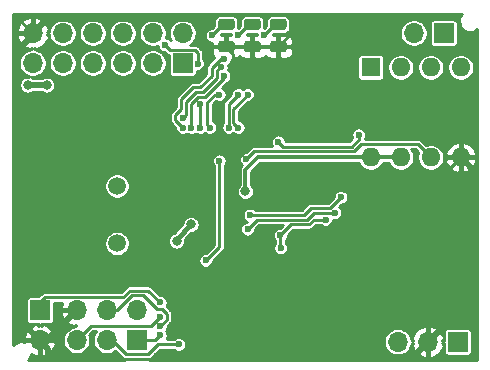
<source format=gbr>
G04 #@! TF.GenerationSoftware,KiCad,Pcbnew,5.1.6*
G04 #@! TF.CreationDate,2020-09-05T16:15:09+02:00*
G04 #@! TF.ProjectId,usynth,7573796e-7468-42e6-9b69-6361645f7063,2*
G04 #@! TF.SameCoordinates,Original*
G04 #@! TF.FileFunction,Copper,L2,Bot*
G04 #@! TF.FilePolarity,Positive*
%FSLAX46Y46*%
G04 Gerber Fmt 4.6, Leading zero omitted, Abs format (unit mm)*
G04 Created by KiCad (PCBNEW 5.1.6) date 2020-09-05 16:15:09*
%MOMM*%
%LPD*%
G01*
G04 APERTURE LIST*
G04 #@! TA.AperFunction,ComponentPad*
%ADD10O,1.700000X1.700000*%
G04 #@! TD*
G04 #@! TA.AperFunction,ComponentPad*
%ADD11R,1.700000X1.700000*%
G04 #@! TD*
G04 #@! TA.AperFunction,ComponentPad*
%ADD12C,1.500000*%
G04 #@! TD*
G04 #@! TA.AperFunction,ComponentPad*
%ADD13O,1.600000X1.600000*%
G04 #@! TD*
G04 #@! TA.AperFunction,ComponentPad*
%ADD14R,1.600000X1.600000*%
G04 #@! TD*
G04 #@! TA.AperFunction,ViaPad*
%ADD15C,0.800000*%
G04 #@! TD*
G04 #@! TA.AperFunction,ViaPad*
%ADD16C,0.600000*%
G04 #@! TD*
G04 #@! TA.AperFunction,Conductor*
%ADD17C,0.500000*%
G04 #@! TD*
G04 #@! TA.AperFunction,Conductor*
%ADD18C,0.400000*%
G04 #@! TD*
G04 #@! TA.AperFunction,Conductor*
%ADD19C,0.300000*%
G04 #@! TD*
G04 #@! TA.AperFunction,Conductor*
%ADD20C,0.250000*%
G04 #@! TD*
G04 #@! TA.AperFunction,Conductor*
%ADD21C,0.254000*%
G04 #@! TD*
G04 APERTURE END LIST*
G04 #@! TA.AperFunction,SMDPad,CuDef*
G36*
G01*
X138856250Y-61750000D02*
X137943750Y-61750000D01*
G75*
G02*
X137700000Y-61506250I0J243750D01*
G01*
X137700000Y-61018750D01*
G75*
G02*
X137943750Y-60775000I243750J0D01*
G01*
X138856250Y-60775000D01*
G75*
G02*
X139100000Y-61018750I0J-243750D01*
G01*
X139100000Y-61506250D01*
G75*
G02*
X138856250Y-61750000I-243750J0D01*
G01*
G37*
G04 #@! TD.AperFunction*
G04 #@! TA.AperFunction,SMDPad,CuDef*
G36*
G01*
X138856250Y-63625000D02*
X137943750Y-63625000D01*
G75*
G02*
X137700000Y-63381250I0J243750D01*
G01*
X137700000Y-62893750D01*
G75*
G02*
X137943750Y-62650000I243750J0D01*
G01*
X138856250Y-62650000D01*
G75*
G02*
X139100000Y-62893750I0J-243750D01*
G01*
X139100000Y-63381250D01*
G75*
G02*
X138856250Y-63625000I-243750J0D01*
G01*
G37*
G04 #@! TD.AperFunction*
D10*
X122000000Y-62000000D03*
X122000000Y-64540000D03*
X124540000Y-62000000D03*
X124540000Y-64540000D03*
X127080000Y-62000000D03*
X127080000Y-64540000D03*
X129620000Y-62000000D03*
X129620000Y-64540000D03*
X132160000Y-62000000D03*
X132160000Y-64540000D03*
X134700000Y-62000000D03*
D11*
X134700000Y-64540000D03*
G04 #@! TA.AperFunction,SMDPad,CuDef*
G36*
G01*
X141056250Y-61750000D02*
X140143750Y-61750000D01*
G75*
G02*
X139900000Y-61506250I0J243750D01*
G01*
X139900000Y-61018750D01*
G75*
G02*
X140143750Y-60775000I243750J0D01*
G01*
X141056250Y-60775000D01*
G75*
G02*
X141300000Y-61018750I0J-243750D01*
G01*
X141300000Y-61506250D01*
G75*
G02*
X141056250Y-61750000I-243750J0D01*
G01*
G37*
G04 #@! TD.AperFunction*
G04 #@! TA.AperFunction,SMDPad,CuDef*
G36*
G01*
X141056250Y-63625000D02*
X140143750Y-63625000D01*
G75*
G02*
X139900000Y-63381250I0J243750D01*
G01*
X139900000Y-62893750D01*
G75*
G02*
X140143750Y-62650000I243750J0D01*
G01*
X141056250Y-62650000D01*
G75*
G02*
X141300000Y-62893750I0J-243750D01*
G01*
X141300000Y-63381250D01*
G75*
G02*
X141056250Y-63625000I-243750J0D01*
G01*
G37*
G04 #@! TD.AperFunction*
G04 #@! TA.AperFunction,SMDPad,CuDef*
G36*
G01*
X143256250Y-61750000D02*
X142343750Y-61750000D01*
G75*
G02*
X142100000Y-61506250I0J243750D01*
G01*
X142100000Y-61018750D01*
G75*
G02*
X142343750Y-60775000I243750J0D01*
G01*
X143256250Y-60775000D01*
G75*
G02*
X143500000Y-61018750I0J-243750D01*
G01*
X143500000Y-61506250D01*
G75*
G02*
X143256250Y-61750000I-243750J0D01*
G01*
G37*
G04 #@! TD.AperFunction*
G04 #@! TA.AperFunction,SMDPad,CuDef*
G36*
G01*
X143256250Y-63625000D02*
X142343750Y-63625000D01*
G75*
G02*
X142100000Y-63381250I0J243750D01*
G01*
X142100000Y-62893750D01*
G75*
G02*
X142343750Y-62650000I243750J0D01*
G01*
X143256250Y-62650000D01*
G75*
G02*
X143500000Y-62893750I0J-243750D01*
G01*
X143500000Y-63381250D01*
G75*
G02*
X143256250Y-63625000I-243750J0D01*
G01*
G37*
G04 #@! TD.AperFunction*
D12*
X129159000Y-79810000D03*
X129159000Y-74930000D03*
D13*
X150622000Y-72517000D03*
X158242000Y-64897000D03*
X153162000Y-72517000D03*
X155702000Y-64897000D03*
X155702000Y-72517000D03*
X153162000Y-64897000D03*
X158242000Y-72517000D03*
D14*
X150622000Y-64897000D03*
D10*
X154260000Y-62000000D03*
D11*
X156800000Y-62000000D03*
D10*
X152908000Y-88138000D03*
X155448000Y-88138000D03*
D11*
X157988000Y-88138000D03*
D10*
X125720000Y-85471000D03*
X125720000Y-88011000D03*
X128260000Y-85471000D03*
X128260000Y-88011000D03*
X130800000Y-85471000D03*
D11*
X130800000Y-88011000D03*
D10*
X122600000Y-88011000D03*
D11*
X122600000Y-85471000D03*
D15*
X159200000Y-83400000D03*
X143400000Y-87400000D03*
D16*
X148400000Y-82800000D03*
X129200000Y-89400000D03*
X132566001Y-89366001D03*
X135400000Y-76000000D03*
X136800000Y-76000000D03*
X135400000Y-74400000D03*
X127400000Y-66400000D03*
X130000000Y-66000000D03*
X137137500Y-63137500D03*
X136400000Y-78400000D03*
X140400000Y-76400000D03*
X141000000Y-74200000D03*
X138800000Y-74400000D03*
X132600000Y-69400000D03*
X139000000Y-66000000D03*
X120600000Y-66400000D03*
X120600000Y-76600000D03*
X120600000Y-83000000D03*
D15*
X127399998Y-69200000D03*
D16*
X122200000Y-76600000D03*
X129800000Y-78000000D03*
X129800000Y-83200000D03*
X132678010Y-72321990D03*
X123238500Y-71346500D03*
X139600000Y-88200000D03*
X141800000Y-87400000D03*
X131600000Y-79200000D03*
X131600000Y-77000000D03*
X137200000Y-60600000D03*
X144000000Y-60600000D03*
X143600000Y-70200000D03*
X151800000Y-60600000D03*
X159400000Y-89400000D03*
X120600010Y-60600000D03*
X146800000Y-64800000D03*
X147000000Y-70600000D03*
X122400000Y-82000000D03*
X142600000Y-89400000D03*
X151074998Y-85725002D03*
X155600000Y-84400000D03*
X155800000Y-76800000D03*
X155400000Y-80200000D03*
X157600000Y-76800000D03*
X154800000Y-66200000D03*
X156000000Y-68800000D03*
X157400000Y-68800000D03*
X156400000Y-66200000D03*
X145200000Y-81000000D03*
X141400000Y-83000000D03*
X155200000Y-63600000D03*
X153600000Y-63600000D03*
X156600000Y-73600000D03*
X136200000Y-86000000D03*
X152000000Y-68800000D03*
X141600000Y-68000000D03*
X159400000Y-78200000D03*
X125600000Y-78200000D03*
X128400000Y-60600000D03*
X151000000Y-89400000D03*
X159000000Y-62200000D03*
X143600000Y-81128013D03*
X145600000Y-75800000D03*
X144200000Y-76600000D03*
X151000000Y-77600000D03*
X151800000Y-73600000D03*
X141600000Y-62200000D03*
X139400000Y-62200000D03*
X137200000Y-62200000D03*
X149600000Y-70600000D03*
X142800000Y-71200000D03*
X137000000Y-70000000D03*
X135978012Y-64578012D03*
X133200000Y-63000000D03*
X137800000Y-67200000D03*
X140091285Y-72691285D03*
X136200000Y-70000000D03*
X136207468Y-68009196D03*
X136652658Y-81246990D03*
X132800000Y-86000000D03*
X137800000Y-72800000D03*
X138600000Y-70000000D03*
X139400000Y-67200000D03*
X139400000Y-70000000D03*
X140200000Y-67200000D03*
X134381512Y-88353010D03*
X142976831Y-79093988D03*
X143000000Y-80200000D03*
X146800000Y-77800000D03*
X132800002Y-87600000D03*
X140200000Y-78600000D03*
X132800000Y-86800000D03*
X147600000Y-77200000D03*
X135428186Y-70023037D03*
X138204090Y-65631167D03*
X134716542Y-69187963D03*
X137969809Y-64909347D03*
X138222090Y-64186583D03*
X134689843Y-70000000D03*
X132800000Y-84800000D03*
D15*
X121600000Y-66400000D03*
X123200000Y-66400000D03*
X135400000Y-78200000D03*
X140000000Y-75400000D03*
X134200000Y-79600000D03*
D16*
X140400000Y-77400000D03*
X148104997Y-75895003D03*
D17*
X159200000Y-84386000D02*
X159200000Y-83400000D01*
X155448000Y-88138000D02*
X159200000Y-84386000D01*
X159200000Y-73475000D02*
X158242000Y-72517000D01*
X159200000Y-83400000D02*
X159200000Y-73475000D01*
D18*
X148400000Y-89332002D02*
X148366001Y-89366001D01*
X148400000Y-82800000D02*
X148400000Y-89332002D01*
D19*
X142800000Y-63137500D02*
X140600000Y-63137500D01*
X140600000Y-63137500D02*
X138400000Y-63137500D01*
X136031999Y-62031999D02*
X136031999Y-60831999D01*
X137137500Y-63137500D02*
X136031999Y-62031999D01*
X138400000Y-63137500D02*
X137137500Y-63137500D01*
D17*
X123295722Y-89386722D02*
X129129648Y-89386722D01*
D20*
X132566001Y-89366001D02*
X132545280Y-89386722D01*
X129186722Y-89386722D02*
X129200000Y-89400000D01*
X129129648Y-89386722D02*
X129186722Y-89386722D01*
X129200000Y-89400000D02*
X129400000Y-89400000D01*
X129400000Y-89400000D02*
X129600000Y-89600000D01*
X129600000Y-89600000D02*
X132332002Y-89600000D01*
X132332002Y-89600000D02*
X132566001Y-89366001D01*
D18*
X135400000Y-76000000D02*
X136800000Y-76000000D01*
D17*
X135971999Y-60771999D02*
X136031999Y-60831999D01*
X123228001Y-60771999D02*
X135971999Y-60771999D01*
X122000000Y-62000000D02*
X123228001Y-60771999D01*
D20*
X127800000Y-66000000D02*
X130000000Y-66000000D01*
X127400000Y-66400000D02*
X127800000Y-66000000D01*
X141000000Y-75800000D02*
X141000000Y-74200000D01*
X140400000Y-76400000D02*
X141000000Y-75800000D01*
X139000000Y-66000000D02*
X139000000Y-63737500D01*
X139000000Y-63737500D02*
X138400000Y-63137500D01*
D17*
X120600000Y-63560000D02*
X122100000Y-62060000D01*
X120691999Y-71708001D02*
X120600000Y-71616002D01*
X120600000Y-71800000D02*
X120691999Y-71708001D01*
X120600000Y-71616002D02*
X120600000Y-66400000D01*
X120600000Y-66400000D02*
X120600000Y-63560000D01*
X120600000Y-76600000D02*
X120600000Y-71800000D01*
X120600000Y-86691000D02*
X120600000Y-83000000D01*
X120600000Y-83000000D02*
X120600000Y-76600000D01*
X126999999Y-69599999D02*
X127399998Y-69200000D01*
X124891997Y-71708001D02*
X126999999Y-69599999D01*
D20*
X127400000Y-69199998D02*
X127399998Y-69200000D01*
D17*
X120691999Y-71708001D02*
X124891997Y-71708001D01*
D20*
X127400000Y-66400000D02*
X127400000Y-69199998D01*
X120600000Y-76600000D02*
X122200000Y-76600000D01*
X140400000Y-87400000D02*
X139600000Y-88200000D01*
X143400000Y-87400000D02*
X140400000Y-87400000D01*
X144000000Y-61937500D02*
X144000000Y-60600000D01*
X142800000Y-63137500D02*
X144000000Y-61937500D01*
X144000000Y-60600000D02*
X151800000Y-60600000D01*
X122000000Y-62000000D02*
X120600010Y-60600010D01*
X120600010Y-60600010D02*
X120600010Y-60600000D01*
X144000000Y-70600000D02*
X143600000Y-70200000D01*
X147000000Y-70600000D02*
X144000000Y-70600000D01*
X121400000Y-83000000D02*
X122400000Y-82000000D01*
X120600000Y-83000000D02*
X121400000Y-83000000D01*
D17*
X148332002Y-89400000D02*
X143800000Y-89400000D01*
X148366001Y-89366001D02*
X148332002Y-89400000D01*
X143400000Y-89200000D02*
X143400000Y-87400000D01*
X148400000Y-89400000D02*
X148366001Y-89366001D01*
X154186000Y-89400000D02*
X148400000Y-89400000D01*
X155448000Y-88138000D02*
X154186000Y-89400000D01*
X143732002Y-89400000D02*
X142600000Y-89400000D01*
X132566001Y-89366001D02*
X142566001Y-89366001D01*
X142566001Y-89366001D02*
X142600000Y-89400000D01*
D20*
X155600000Y-80400000D02*
X155400000Y-80200000D01*
X155600000Y-84400000D02*
X155600000Y-80400000D01*
X155400000Y-77200000D02*
X155800000Y-76800000D01*
X155400000Y-80200000D02*
X155400000Y-77200000D01*
X155800000Y-76800000D02*
X155800000Y-74959000D01*
X156000000Y-68800000D02*
X157400000Y-68800000D01*
X154800000Y-66200000D02*
X156400000Y-66200000D01*
X155800000Y-76800000D02*
X157600000Y-76800000D01*
X156879500Y-73879500D02*
X156600000Y-73600000D01*
X155800000Y-74959000D02*
X156879500Y-73879500D01*
X156879500Y-73879500D02*
X158242000Y-72517000D01*
X153600000Y-63600000D02*
X155200000Y-63600000D01*
X154500001Y-64299999D02*
X155200000Y-63600000D01*
X154500001Y-65900001D02*
X154500001Y-64299999D01*
X154800000Y-66200000D02*
X154500001Y-65900001D01*
X154600000Y-66200000D02*
X154800000Y-66200000D01*
X152000000Y-68800000D02*
X154600000Y-66200000D01*
X138400000Y-88200000D02*
X136200000Y-86000000D01*
X139600000Y-88200000D02*
X138400000Y-88200000D01*
X151800000Y-60600000D02*
X157650408Y-60600000D01*
X157650408Y-60600000D02*
X158150999Y-61100591D01*
X158150999Y-61100591D02*
X158150999Y-61775263D01*
X158150999Y-61775263D02*
X158575736Y-62200000D01*
X158575736Y-62200000D02*
X159000000Y-62200000D01*
D17*
X123180000Y-88011000D02*
X125720000Y-85471000D01*
X122600000Y-88011000D02*
X123180000Y-88011000D01*
X123295722Y-88706722D02*
X122600000Y-88011000D01*
X123295722Y-89386722D02*
X123295722Y-88706722D01*
X121280000Y-86691000D02*
X122600000Y-88011000D01*
X120600000Y-86691000D02*
X121280000Y-86691000D01*
D18*
X145000000Y-75800000D02*
X144200000Y-76600000D01*
X145600000Y-75800000D02*
X145000000Y-75800000D01*
D17*
X130800000Y-85471000D02*
X130800000Y-85200000D01*
D20*
X142537500Y-61262500D02*
X141600000Y-62200000D01*
X142800000Y-61262500D02*
X142537500Y-61262500D01*
X140337500Y-61262500D02*
X139400000Y-62200000D01*
X140600000Y-61262500D02*
X140337500Y-61262500D01*
X138137500Y-61262500D02*
X137200000Y-62200000D01*
X138400000Y-61262500D02*
X138137500Y-61262500D01*
X144400000Y-71600000D02*
X149000000Y-71600000D01*
X143200000Y-71600000D02*
X144400000Y-71600000D01*
X142800000Y-71200000D02*
X143200000Y-71600000D01*
X149600000Y-71000000D02*
X149600000Y-70600000D01*
X149000000Y-71600000D02*
X149600000Y-71000000D01*
X133963001Y-63436999D02*
X135752401Y-63436999D01*
X135978012Y-63662610D02*
X135978012Y-64578012D01*
X135752401Y-63436999D02*
X135978012Y-63662610D01*
X133963001Y-63436999D02*
X133636999Y-63436999D01*
X133636999Y-63436999D02*
X133200000Y-63000000D01*
X137000000Y-70000000D02*
X136800000Y-69800000D01*
X136800000Y-67800000D02*
X137400000Y-67200000D01*
X136800000Y-69800000D02*
X136800000Y-67800000D01*
X137400000Y-67200000D02*
X137800000Y-67200000D01*
X140782570Y-72000000D02*
X140091285Y-72691285D01*
X149200000Y-72000000D02*
X140782570Y-72000000D01*
X154585000Y-71400000D02*
X149800000Y-71400000D01*
X155702000Y-72517000D02*
X154585000Y-71400000D01*
X149800000Y-71400000D02*
X149200000Y-72000000D01*
X136200000Y-70000000D02*
X136200000Y-68016664D01*
X136200000Y-68016664D02*
X136207468Y-68009196D01*
X136652658Y-81246990D02*
X137800000Y-80099648D01*
X137800000Y-80099648D02*
X137800000Y-72800000D01*
X125720000Y-88011000D02*
X126931000Y-86800000D01*
X126931000Y-86800000D02*
X132000000Y-86800000D01*
X132000000Y-86800000D02*
X132800000Y-86000000D01*
X138600000Y-70000000D02*
X138600000Y-68000000D01*
X138600000Y-68000000D02*
X139400000Y-67200000D01*
X139000000Y-68400000D02*
X140200000Y-67200000D01*
X139000000Y-69600000D02*
X139000000Y-68400000D01*
X139400000Y-70000000D02*
X139000000Y-69600000D01*
X128260000Y-88011000D02*
X128716001Y-88011000D01*
X128716001Y-88011000D02*
X129905001Y-89200000D01*
X129905001Y-89200000D02*
X131765558Y-89200000D01*
X131765558Y-89200000D02*
X132612548Y-88353010D01*
X132612548Y-88353010D02*
X134381512Y-88353010D01*
X142976831Y-80176831D02*
X143000000Y-80200000D01*
X142976831Y-79093988D02*
X142976831Y-80176831D01*
X142976831Y-79093988D02*
X143870819Y-78200000D01*
X143870819Y-78200000D02*
X145400000Y-78200000D01*
X145400000Y-78200000D02*
X145800000Y-77800000D01*
X145800000Y-77800000D02*
X146800000Y-77800000D01*
X132389002Y-88011000D02*
X132800002Y-87600000D01*
X130800000Y-88011000D02*
X132389002Y-88011000D01*
X133353001Y-86246999D02*
X132800000Y-86800000D01*
X133353001Y-85749755D02*
X133353001Y-86246999D01*
X132956248Y-85353002D02*
X133353001Y-85749755D01*
X132534558Y-85353002D02*
X132956248Y-85353002D01*
X131381556Y-84200000D02*
X132534558Y-85353002D01*
X129129000Y-85471000D02*
X130400000Y-84200000D01*
X130400000Y-84200000D02*
X131381556Y-84200000D01*
X128260000Y-85471000D02*
X129129000Y-85471000D01*
X145800000Y-77200000D02*
X147600000Y-77200000D01*
X145200000Y-77800000D02*
X145800000Y-77200000D01*
X141000000Y-77800000D02*
X145200000Y-77800000D01*
X140200000Y-78600000D02*
X141000000Y-77800000D01*
X135428186Y-70023037D02*
X135428186Y-68006402D01*
X135428186Y-68006402D02*
X136017294Y-67417294D01*
X136017294Y-67417294D02*
X136582706Y-67417294D01*
X138204090Y-65795910D02*
X138204090Y-65631167D01*
X136582706Y-67417294D02*
X138204090Y-65795910D01*
X137904049Y-64909347D02*
X137969809Y-64909347D01*
X137606698Y-65206698D02*
X137904049Y-64909347D01*
X137606698Y-65793302D02*
X137606698Y-65206698D01*
X136393302Y-67006698D02*
X137606698Y-65793302D01*
X135806698Y-67006698D02*
X136393302Y-67006698D01*
X135000000Y-67813396D02*
X135806698Y-67006698D01*
X135000000Y-68904505D02*
X135000000Y-67813396D01*
X134716542Y-69187963D02*
X135000000Y-68904505D01*
X134600000Y-68400000D02*
X134600000Y-67600000D01*
X134600000Y-67600000D02*
X135600000Y-66600000D01*
X137905621Y-64186583D02*
X138222090Y-64186583D01*
X135600000Y-66600000D02*
X136200000Y-66600000D01*
X136200000Y-66600000D02*
X137146102Y-65653898D01*
X137146102Y-65653898D02*
X137146102Y-64946102D01*
X137146102Y-64946102D02*
X137905621Y-64186583D01*
X134078820Y-68921180D02*
X134600000Y-68400000D01*
X134078820Y-69332317D02*
X134078820Y-68921180D01*
X134078820Y-69388977D02*
X134689843Y-70000000D01*
X134078820Y-69332317D02*
X134078820Y-69388977D01*
X131800000Y-83800000D02*
X132800000Y-84800000D01*
X130200000Y-83800000D02*
X131800000Y-83800000D01*
X129632001Y-84367999D02*
X130200000Y-83800000D01*
X123032001Y-84367999D02*
X129632001Y-84367999D01*
X121929000Y-85471000D02*
X123032001Y-84367999D01*
X121920000Y-85471000D02*
X121929000Y-85471000D01*
D17*
X121600000Y-66400000D02*
X123200000Y-66400000D01*
D19*
X150622000Y-72517000D02*
X153162000Y-72517000D01*
D18*
X134200000Y-79600000D02*
X134200000Y-79400000D01*
X134200000Y-79400000D02*
X135400000Y-78200000D01*
D19*
X140000000Y-73600000D02*
X140000000Y-75400000D01*
X141083000Y-72517000D02*
X140000000Y-73600000D01*
X150622000Y-72517000D02*
X141083000Y-72517000D01*
D20*
X147200000Y-76800000D02*
X148104997Y-75895003D01*
X145600000Y-76800000D02*
X147200000Y-76800000D01*
X145000000Y-77400000D02*
X145600000Y-76800000D01*
X140400000Y-77400000D02*
X145000000Y-77400000D01*
D21*
G36*
X158298594Y-60424371D02*
G01*
X158199772Y-60572269D01*
X158131702Y-60736605D01*
X158097000Y-60911062D01*
X158097000Y-61088938D01*
X158131702Y-61263395D01*
X158199772Y-61427731D01*
X158298594Y-61575629D01*
X158424371Y-61701406D01*
X158572269Y-61800228D01*
X158736605Y-61868298D01*
X158911062Y-61903000D01*
X159088938Y-61903000D01*
X159263395Y-61868298D01*
X159427731Y-61800228D01*
X159575629Y-61701406D01*
X159648000Y-61629035D01*
X159648001Y-89648000D01*
X131828376Y-89648000D01*
X131854165Y-89645460D01*
X131939368Y-89619614D01*
X132017891Y-89577643D01*
X132086717Y-89521159D01*
X132100881Y-89503900D01*
X132799772Y-88805010D01*
X133946800Y-88805010D01*
X133981823Y-88840033D01*
X134084516Y-88908650D01*
X134198623Y-88955915D01*
X134319758Y-88980010D01*
X134443266Y-88980010D01*
X134564401Y-88955915D01*
X134678508Y-88908650D01*
X134781201Y-88840033D01*
X134868535Y-88752699D01*
X134937152Y-88650006D01*
X134984417Y-88535899D01*
X135008512Y-88414764D01*
X135008512Y-88291256D01*
X134984417Y-88170121D01*
X134937152Y-88056014D01*
X134914476Y-88022076D01*
X151731000Y-88022076D01*
X151731000Y-88253924D01*
X151776231Y-88481318D01*
X151864956Y-88695519D01*
X151993764Y-88888294D01*
X152157706Y-89052236D01*
X152350481Y-89181044D01*
X152564682Y-89269769D01*
X152792076Y-89315000D01*
X153023924Y-89315000D01*
X153251318Y-89269769D01*
X153465519Y-89181044D01*
X153658294Y-89052236D01*
X153822236Y-88888294D01*
X153951044Y-88695519D01*
X154039769Y-88481318D01*
X154085000Y-88253924D01*
X154085000Y-88211002D01*
X154204682Y-88211002D01*
X154101282Y-88425209D01*
X154183191Y-88682422D01*
X154313705Y-88918713D01*
X154487810Y-89125002D01*
X154698814Y-89293361D01*
X154938609Y-89417320D01*
X155160791Y-89484715D01*
X155375000Y-89381108D01*
X155375000Y-88211000D01*
X155355000Y-88211000D01*
X155355000Y-88065000D01*
X155375000Y-88065000D01*
X155375000Y-86894892D01*
X155521000Y-86894892D01*
X155521000Y-88065000D01*
X155541000Y-88065000D01*
X155541000Y-88211000D01*
X155521000Y-88211000D01*
X155521000Y-89381108D01*
X155735209Y-89484715D01*
X155957391Y-89417320D01*
X156197186Y-89293361D01*
X156408190Y-89125002D01*
X156582295Y-88918713D01*
X156712809Y-88682422D01*
X156794718Y-88425209D01*
X156691318Y-88211002D01*
X156809418Y-88211002D01*
X156809418Y-88988000D01*
X156815732Y-89052103D01*
X156834430Y-89113743D01*
X156864794Y-89170550D01*
X156905657Y-89220343D01*
X156955450Y-89261206D01*
X157012257Y-89291570D01*
X157073897Y-89310268D01*
X157138000Y-89316582D01*
X158838000Y-89316582D01*
X158902103Y-89310268D01*
X158963743Y-89291570D01*
X159020550Y-89261206D01*
X159070343Y-89220343D01*
X159111206Y-89170550D01*
X159141570Y-89113743D01*
X159160268Y-89052103D01*
X159166582Y-88988000D01*
X159166582Y-87288000D01*
X159160268Y-87223897D01*
X159141570Y-87162257D01*
X159111206Y-87105450D01*
X159070343Y-87055657D01*
X159020550Y-87014794D01*
X158963743Y-86984430D01*
X158902103Y-86965732D01*
X158838000Y-86959418D01*
X157138000Y-86959418D01*
X157073897Y-86965732D01*
X157012257Y-86984430D01*
X156955450Y-87014794D01*
X156905657Y-87055657D01*
X156864794Y-87105450D01*
X156834430Y-87162257D01*
X156815732Y-87223897D01*
X156809418Y-87288000D01*
X156809418Y-88064998D01*
X156691318Y-88064998D01*
X156794718Y-87850791D01*
X156712809Y-87593578D01*
X156582295Y-87357287D01*
X156408190Y-87150998D01*
X156197186Y-86982639D01*
X155957391Y-86858680D01*
X155735209Y-86791285D01*
X155521000Y-86894892D01*
X155375000Y-86894892D01*
X155160791Y-86791285D01*
X154938609Y-86858680D01*
X154698814Y-86982639D01*
X154487810Y-87150998D01*
X154313705Y-87357287D01*
X154183191Y-87593578D01*
X154101282Y-87850791D01*
X154204682Y-88064998D01*
X154085000Y-88064998D01*
X154085000Y-88022076D01*
X154039769Y-87794682D01*
X153951044Y-87580481D01*
X153822236Y-87387706D01*
X153658294Y-87223764D01*
X153465519Y-87094956D01*
X153251318Y-87006231D01*
X153023924Y-86961000D01*
X152792076Y-86961000D01*
X152564682Y-87006231D01*
X152350481Y-87094956D01*
X152157706Y-87223764D01*
X151993764Y-87387706D01*
X151864956Y-87580481D01*
X151776231Y-87794682D01*
X151731000Y-88022076D01*
X134914476Y-88022076D01*
X134868535Y-87953321D01*
X134781201Y-87865987D01*
X134678508Y-87797370D01*
X134564401Y-87750105D01*
X134443266Y-87726010D01*
X134319758Y-87726010D01*
X134198623Y-87750105D01*
X134084516Y-87797370D01*
X133981823Y-87865987D01*
X133946800Y-87901010D01*
X133352960Y-87901010D01*
X133355642Y-87896996D01*
X133402907Y-87782889D01*
X133427002Y-87661754D01*
X133427002Y-87538246D01*
X133402907Y-87417111D01*
X133355642Y-87303004D01*
X133287025Y-87200311D01*
X133286713Y-87199999D01*
X133287023Y-87199689D01*
X133355640Y-87096996D01*
X133402905Y-86982889D01*
X133427000Y-86861754D01*
X133427000Y-86812224D01*
X133656906Y-86582318D01*
X133674160Y-86568158D01*
X133730644Y-86499332D01*
X133772615Y-86420809D01*
X133784877Y-86380386D01*
X133798461Y-86335607D01*
X133807188Y-86246999D01*
X133805001Y-86224794D01*
X133805001Y-85771957D01*
X133807188Y-85749754D01*
X133805001Y-85727550D01*
X133798461Y-85661148D01*
X133772615Y-85575945D01*
X133730644Y-85497422D01*
X133674160Y-85428596D01*
X133656912Y-85414441D01*
X133349161Y-85106692D01*
X133355640Y-85096996D01*
X133402905Y-84982889D01*
X133427000Y-84861754D01*
X133427000Y-84738246D01*
X133402905Y-84617111D01*
X133355640Y-84503004D01*
X133287023Y-84400311D01*
X133199689Y-84312977D01*
X133096996Y-84244360D01*
X132982889Y-84197095D01*
X132861754Y-84173000D01*
X132812224Y-84173000D01*
X132135323Y-83496100D01*
X132121159Y-83478841D01*
X132052333Y-83422357D01*
X131973810Y-83380386D01*
X131888607Y-83354540D01*
X131822205Y-83348000D01*
X131800000Y-83345813D01*
X131777795Y-83348000D01*
X130222205Y-83348000D01*
X130200000Y-83345813D01*
X130111392Y-83354540D01*
X130026190Y-83380386D01*
X129947667Y-83422357D01*
X129878841Y-83478841D01*
X129864681Y-83496095D01*
X129444778Y-83915999D01*
X123054206Y-83915999D01*
X123032001Y-83913812D01*
X122943393Y-83922539D01*
X122860558Y-83947667D01*
X122858191Y-83948385D01*
X122779668Y-83990356D01*
X122710842Y-84046840D01*
X122696682Y-84064094D01*
X122468358Y-84292418D01*
X121750000Y-84292418D01*
X121685897Y-84298732D01*
X121624257Y-84317430D01*
X121567450Y-84347794D01*
X121517657Y-84388657D01*
X121476794Y-84438450D01*
X121446430Y-84495257D01*
X121427732Y-84556897D01*
X121421418Y-84621000D01*
X121421418Y-86321000D01*
X121427732Y-86385103D01*
X121446430Y-86446743D01*
X121476794Y-86503550D01*
X121517657Y-86553343D01*
X121567450Y-86594206D01*
X121624257Y-86624570D01*
X121685897Y-86643268D01*
X121750000Y-86649582D01*
X122526998Y-86649582D01*
X122526998Y-86767682D01*
X122312791Y-86664282D01*
X122055578Y-86746191D01*
X121819287Y-86876705D01*
X121612998Y-87050810D01*
X121444639Y-87261814D01*
X121320680Y-87501609D01*
X121253285Y-87723791D01*
X121356892Y-87938000D01*
X122527000Y-87938000D01*
X122527000Y-87918000D01*
X122673000Y-87918000D01*
X122673000Y-87938000D01*
X123843108Y-87938000D01*
X123946715Y-87723791D01*
X123879320Y-87501609D01*
X123755361Y-87261814D01*
X123587002Y-87050810D01*
X123380713Y-86876705D01*
X123144422Y-86746191D01*
X122887209Y-86664282D01*
X122673002Y-86767682D01*
X122673002Y-86649582D01*
X123450000Y-86649582D01*
X123514103Y-86643268D01*
X123575743Y-86624570D01*
X123632550Y-86594206D01*
X123682343Y-86553343D01*
X123723206Y-86503550D01*
X123753570Y-86446743D01*
X123772268Y-86385103D01*
X123778582Y-86321000D01*
X123778582Y-84819999D01*
X124514059Y-84819999D01*
X124455191Y-84926578D01*
X124373282Y-85183791D01*
X124476683Y-85398000D01*
X125647000Y-85398000D01*
X125647000Y-85378000D01*
X125793000Y-85378000D01*
X125793000Y-85398000D01*
X125813000Y-85398000D01*
X125813000Y-85544000D01*
X125793000Y-85544000D01*
X125793000Y-85564000D01*
X125647000Y-85564000D01*
X125647000Y-85544000D01*
X124476683Y-85544000D01*
X124373282Y-85758209D01*
X124455191Y-86015422D01*
X124585705Y-86251713D01*
X124759810Y-86458002D01*
X124970814Y-86626361D01*
X125210609Y-86750320D01*
X125432791Y-86817715D01*
X125646998Y-86714109D01*
X125646998Y-86834000D01*
X125604076Y-86834000D01*
X125376682Y-86879231D01*
X125162481Y-86967956D01*
X124969706Y-87096764D01*
X124805764Y-87260706D01*
X124676956Y-87453481D01*
X124588231Y-87667682D01*
X124543000Y-87895076D01*
X124543000Y-88126924D01*
X124588231Y-88354318D01*
X124676956Y-88568519D01*
X124805764Y-88761294D01*
X124969706Y-88925236D01*
X125162481Y-89054044D01*
X125376682Y-89142769D01*
X125604076Y-89188000D01*
X125835924Y-89188000D01*
X126063318Y-89142769D01*
X126277519Y-89054044D01*
X126470294Y-88925236D01*
X126634236Y-88761294D01*
X126763044Y-88568519D01*
X126851769Y-88354318D01*
X126897000Y-88126924D01*
X126897000Y-87895076D01*
X126851769Y-87667682D01*
X126808061Y-87562162D01*
X127118224Y-87252000D01*
X127354470Y-87252000D01*
X127345764Y-87260706D01*
X127216956Y-87453481D01*
X127128231Y-87667682D01*
X127083000Y-87895076D01*
X127083000Y-88126924D01*
X127128231Y-88354318D01*
X127216956Y-88568519D01*
X127345764Y-88761294D01*
X127509706Y-88925236D01*
X127702481Y-89054044D01*
X127916682Y-89142769D01*
X128144076Y-89188000D01*
X128375924Y-89188000D01*
X128603318Y-89142769D01*
X128817519Y-89054044D01*
X128998736Y-88932959D01*
X129569682Y-89503905D01*
X129583842Y-89521159D01*
X129652668Y-89577643D01*
X129731191Y-89619614D01*
X129816393Y-89645460D01*
X129842182Y-89648000D01*
X121629035Y-89648000D01*
X121701406Y-89575629D01*
X121800228Y-89427731D01*
X121868298Y-89263395D01*
X121884613Y-89181377D01*
X122055578Y-89275809D01*
X122312791Y-89357718D01*
X122527000Y-89254317D01*
X122527000Y-88084000D01*
X122673000Y-88084000D01*
X122673000Y-89254317D01*
X122887209Y-89357718D01*
X123144422Y-89275809D01*
X123380713Y-89145295D01*
X123587002Y-88971190D01*
X123755361Y-88760186D01*
X123879320Y-88520391D01*
X123946715Y-88298209D01*
X123843108Y-88084000D01*
X122673000Y-88084000D01*
X122527000Y-88084000D01*
X121356892Y-88084000D01*
X121322066Y-88156004D01*
X121263395Y-88131702D01*
X121088938Y-88097000D01*
X120911062Y-88097000D01*
X120736605Y-88131702D01*
X120572269Y-88199772D01*
X120424371Y-88298594D01*
X120352000Y-88370965D01*
X120352000Y-81185236D01*
X136025658Y-81185236D01*
X136025658Y-81308744D01*
X136049753Y-81429879D01*
X136097018Y-81543986D01*
X136165635Y-81646679D01*
X136252969Y-81734013D01*
X136355662Y-81802630D01*
X136469769Y-81849895D01*
X136590904Y-81873990D01*
X136714412Y-81873990D01*
X136835547Y-81849895D01*
X136949654Y-81802630D01*
X137052347Y-81734013D01*
X137139681Y-81646679D01*
X137208298Y-81543986D01*
X137255563Y-81429879D01*
X137279658Y-81308744D01*
X137279658Y-81259213D01*
X138103906Y-80434966D01*
X138121159Y-80420807D01*
X138177643Y-80351981D01*
X138219614Y-80273458D01*
X138223164Y-80261754D01*
X138245460Y-80188256D01*
X138254187Y-80099648D01*
X138252000Y-80077443D01*
X138252000Y-78538246D01*
X139573000Y-78538246D01*
X139573000Y-78661754D01*
X139597095Y-78782889D01*
X139644360Y-78896996D01*
X139712977Y-78999689D01*
X139800311Y-79087023D01*
X139903004Y-79155640D01*
X140017111Y-79202905D01*
X140138246Y-79227000D01*
X140261754Y-79227000D01*
X140382889Y-79202905D01*
X140496996Y-79155640D01*
X140599689Y-79087023D01*
X140687023Y-78999689D01*
X140755640Y-78896996D01*
X140802905Y-78782889D01*
X140827000Y-78661754D01*
X140827000Y-78612223D01*
X141187224Y-78252000D01*
X143179595Y-78252000D01*
X142964608Y-78466988D01*
X142915077Y-78466988D01*
X142793942Y-78491083D01*
X142679835Y-78538348D01*
X142577142Y-78606965D01*
X142489808Y-78694299D01*
X142421191Y-78796992D01*
X142373926Y-78911099D01*
X142349831Y-79032234D01*
X142349831Y-79155742D01*
X142373926Y-79276877D01*
X142421191Y-79390984D01*
X142489808Y-79493677D01*
X142524831Y-79528700D01*
X142524832Y-79788456D01*
X142512977Y-79800311D01*
X142444360Y-79903004D01*
X142397095Y-80017111D01*
X142373000Y-80138246D01*
X142373000Y-80261754D01*
X142397095Y-80382889D01*
X142444360Y-80496996D01*
X142512977Y-80599689D01*
X142600311Y-80687023D01*
X142703004Y-80755640D01*
X142817111Y-80802905D01*
X142938246Y-80827000D01*
X143061754Y-80827000D01*
X143182889Y-80802905D01*
X143296996Y-80755640D01*
X143399689Y-80687023D01*
X143487023Y-80599689D01*
X143555640Y-80496996D01*
X143602905Y-80382889D01*
X143627000Y-80261754D01*
X143627000Y-80138246D01*
X143602905Y-80017111D01*
X143555640Y-79903004D01*
X143487023Y-79800311D01*
X143428831Y-79742119D01*
X143428831Y-79528700D01*
X143463854Y-79493677D01*
X143532471Y-79390984D01*
X143579736Y-79276877D01*
X143603831Y-79155742D01*
X143603831Y-79106211D01*
X144058043Y-78652000D01*
X145377795Y-78652000D01*
X145400000Y-78654187D01*
X145422205Y-78652000D01*
X145488607Y-78645460D01*
X145573810Y-78619614D01*
X145652333Y-78577643D01*
X145721159Y-78521159D01*
X145735323Y-78503900D01*
X145987224Y-78252000D01*
X146365288Y-78252000D01*
X146400311Y-78287023D01*
X146503004Y-78355640D01*
X146617111Y-78402905D01*
X146738246Y-78427000D01*
X146861754Y-78427000D01*
X146982889Y-78402905D01*
X147096996Y-78355640D01*
X147199689Y-78287023D01*
X147287023Y-78199689D01*
X147355640Y-78096996D01*
X147402905Y-77982889D01*
X147427000Y-77861754D01*
X147427000Y-77804872D01*
X147538246Y-77827000D01*
X147661754Y-77827000D01*
X147782889Y-77802905D01*
X147896996Y-77755640D01*
X147999689Y-77687023D01*
X148087023Y-77599689D01*
X148155640Y-77496996D01*
X148202905Y-77382889D01*
X148227000Y-77261754D01*
X148227000Y-77138246D01*
X148202905Y-77017111D01*
X148155640Y-76903004D01*
X148087023Y-76800311D01*
X147999689Y-76712977D01*
X147955663Y-76683560D01*
X148117221Y-76522003D01*
X148166751Y-76522003D01*
X148287886Y-76497908D01*
X148401993Y-76450643D01*
X148504686Y-76382026D01*
X148592020Y-76294692D01*
X148660637Y-76191999D01*
X148707902Y-76077892D01*
X148731997Y-75956757D01*
X148731997Y-75833249D01*
X148707902Y-75712114D01*
X148660637Y-75598007D01*
X148592020Y-75495314D01*
X148504686Y-75407980D01*
X148401993Y-75339363D01*
X148287886Y-75292098D01*
X148166751Y-75268003D01*
X148043243Y-75268003D01*
X147922108Y-75292098D01*
X147808001Y-75339363D01*
X147705308Y-75407980D01*
X147617974Y-75495314D01*
X147549357Y-75598007D01*
X147502092Y-75712114D01*
X147477997Y-75833249D01*
X147477997Y-75882779D01*
X147012777Y-76348000D01*
X145622204Y-76348000D01*
X145599999Y-76345813D01*
X145511392Y-76354540D01*
X145426190Y-76380386D01*
X145347667Y-76422357D01*
X145278841Y-76478841D01*
X145264685Y-76496090D01*
X144812777Y-76948000D01*
X140834712Y-76948000D01*
X140799689Y-76912977D01*
X140696996Y-76844360D01*
X140582889Y-76797095D01*
X140461754Y-76773000D01*
X140338246Y-76773000D01*
X140217111Y-76797095D01*
X140103004Y-76844360D01*
X140000311Y-76912977D01*
X139912977Y-77000311D01*
X139844360Y-77103004D01*
X139797095Y-77217111D01*
X139773000Y-77338246D01*
X139773000Y-77461754D01*
X139797095Y-77582889D01*
X139844360Y-77696996D01*
X139912977Y-77799689D01*
X140000311Y-77887023D01*
X140103004Y-77955640D01*
X140144914Y-77973000D01*
X140138246Y-77973000D01*
X140017111Y-77997095D01*
X139903004Y-78044360D01*
X139800311Y-78112977D01*
X139712977Y-78200311D01*
X139644360Y-78303004D01*
X139597095Y-78417111D01*
X139573000Y-78538246D01*
X138252000Y-78538246D01*
X138252000Y-75328397D01*
X139273000Y-75328397D01*
X139273000Y-75471603D01*
X139300938Y-75612058D01*
X139355741Y-75744364D01*
X139435302Y-75863436D01*
X139536564Y-75964698D01*
X139655636Y-76044259D01*
X139787942Y-76099062D01*
X139928397Y-76127000D01*
X140071603Y-76127000D01*
X140212058Y-76099062D01*
X140344364Y-76044259D01*
X140463436Y-75964698D01*
X140564698Y-75863436D01*
X140644259Y-75744364D01*
X140699062Y-75612058D01*
X140727000Y-75471603D01*
X140727000Y-75328397D01*
X140699062Y-75187942D01*
X140644259Y-75055636D01*
X140564698Y-74936564D01*
X140477000Y-74848866D01*
X140477000Y-73797579D01*
X141280580Y-72994000D01*
X149599724Y-72994000D01*
X149623266Y-73050835D01*
X149746602Y-73235421D01*
X149903579Y-73392398D01*
X150088165Y-73515734D01*
X150293266Y-73600690D01*
X150511000Y-73644000D01*
X150733000Y-73644000D01*
X150950734Y-73600690D01*
X151155835Y-73515734D01*
X151340421Y-73392398D01*
X151497398Y-73235421D01*
X151620734Y-73050835D01*
X151644276Y-72994000D01*
X152139724Y-72994000D01*
X152163266Y-73050835D01*
X152286602Y-73235421D01*
X152443579Y-73392398D01*
X152628165Y-73515734D01*
X152833266Y-73600690D01*
X153051000Y-73644000D01*
X153273000Y-73644000D01*
X153490734Y-73600690D01*
X153695835Y-73515734D01*
X153880421Y-73392398D01*
X154037398Y-73235421D01*
X154160734Y-73050835D01*
X154245690Y-72845734D01*
X154289000Y-72628000D01*
X154289000Y-72406000D01*
X154245690Y-72188266D01*
X154160734Y-71983165D01*
X154073093Y-71852000D01*
X154397777Y-71852000D01*
X154652207Y-72106431D01*
X154618310Y-72188266D01*
X154575000Y-72406000D01*
X154575000Y-72628000D01*
X154618310Y-72845734D01*
X154703266Y-73050835D01*
X154826602Y-73235421D01*
X154983579Y-73392398D01*
X155168165Y-73515734D01*
X155373266Y-73600690D01*
X155591000Y-73644000D01*
X155813000Y-73644000D01*
X156030734Y-73600690D01*
X156235835Y-73515734D01*
X156420421Y-73392398D01*
X156577398Y-73235421D01*
X156700734Y-73050835D01*
X156785690Y-72845734D01*
X156795507Y-72796376D01*
X156944739Y-72796376D01*
X157024169Y-73044091D01*
X157150400Y-73271550D01*
X157318580Y-73470012D01*
X157522247Y-73631850D01*
X157753573Y-73750845D01*
X157962624Y-73814258D01*
X158169000Y-73710019D01*
X158169000Y-72590000D01*
X158315000Y-72590000D01*
X158315000Y-73710019D01*
X158521376Y-73814258D01*
X158730427Y-73750845D01*
X158961753Y-73631850D01*
X159165420Y-73470012D01*
X159333600Y-73271550D01*
X159459831Y-73044091D01*
X159539261Y-72796376D01*
X159435244Y-72590000D01*
X158315000Y-72590000D01*
X158169000Y-72590000D01*
X157048756Y-72590000D01*
X156944739Y-72796376D01*
X156795507Y-72796376D01*
X156829000Y-72628000D01*
X156829000Y-72406000D01*
X156795508Y-72237624D01*
X156944739Y-72237624D01*
X157048756Y-72444000D01*
X158169000Y-72444000D01*
X158169000Y-71323981D01*
X158315000Y-71323981D01*
X158315000Y-72444000D01*
X159435244Y-72444000D01*
X159539261Y-72237624D01*
X159459831Y-71989909D01*
X159333600Y-71762450D01*
X159165420Y-71563988D01*
X158961753Y-71402150D01*
X158730427Y-71283155D01*
X158521376Y-71219742D01*
X158315000Y-71323981D01*
X158169000Y-71323981D01*
X157962624Y-71219742D01*
X157753573Y-71283155D01*
X157522247Y-71402150D01*
X157318580Y-71563988D01*
X157150400Y-71762450D01*
X157024169Y-71989909D01*
X156944739Y-72237624D01*
X156795508Y-72237624D01*
X156785690Y-72188266D01*
X156700734Y-71983165D01*
X156577398Y-71798579D01*
X156420421Y-71641602D01*
X156235835Y-71518266D01*
X156030734Y-71433310D01*
X155813000Y-71390000D01*
X155591000Y-71390000D01*
X155373266Y-71433310D01*
X155291431Y-71467207D01*
X154920323Y-71096100D01*
X154906159Y-71078841D01*
X154837333Y-71022357D01*
X154758810Y-70980386D01*
X154673607Y-70954540D01*
X154607205Y-70948000D01*
X154585000Y-70945813D01*
X154562795Y-70948000D01*
X150121560Y-70948000D01*
X150155640Y-70896996D01*
X150202905Y-70782889D01*
X150227000Y-70661754D01*
X150227000Y-70538246D01*
X150202905Y-70417111D01*
X150155640Y-70303004D01*
X150087023Y-70200311D01*
X149999689Y-70112977D01*
X149896996Y-70044360D01*
X149782889Y-69997095D01*
X149661754Y-69973000D01*
X149538246Y-69973000D01*
X149417111Y-69997095D01*
X149303004Y-70044360D01*
X149200311Y-70112977D01*
X149112977Y-70200311D01*
X149044360Y-70303004D01*
X148997095Y-70417111D01*
X148973000Y-70538246D01*
X148973000Y-70661754D01*
X148997095Y-70782889D01*
X149044360Y-70896996D01*
X149052138Y-70908637D01*
X148812777Y-71148000D01*
X143427000Y-71148000D01*
X143427000Y-71138246D01*
X143402905Y-71017111D01*
X143355640Y-70903004D01*
X143287023Y-70800311D01*
X143199689Y-70712977D01*
X143096996Y-70644360D01*
X142982889Y-70597095D01*
X142861754Y-70573000D01*
X142738246Y-70573000D01*
X142617111Y-70597095D01*
X142503004Y-70644360D01*
X142400311Y-70712977D01*
X142312977Y-70800311D01*
X142244360Y-70903004D01*
X142197095Y-71017111D01*
X142173000Y-71138246D01*
X142173000Y-71261754D01*
X142197095Y-71382889D01*
X142244360Y-71496996D01*
X142278440Y-71548000D01*
X140804775Y-71548000D01*
X140782570Y-71545813D01*
X140693962Y-71554540D01*
X140630438Y-71573810D01*
X140608760Y-71580386D01*
X140530237Y-71622357D01*
X140461411Y-71678841D01*
X140447251Y-71696095D01*
X140079062Y-72064285D01*
X140029531Y-72064285D01*
X139908396Y-72088380D01*
X139794289Y-72135645D01*
X139691596Y-72204262D01*
X139604262Y-72291596D01*
X139535645Y-72394289D01*
X139488380Y-72508396D01*
X139464285Y-72629531D01*
X139464285Y-72753039D01*
X139488380Y-72874174D01*
X139535645Y-72988281D01*
X139604262Y-73090974D01*
X139691596Y-73178308D01*
X139724876Y-73200545D01*
X139679276Y-73246145D01*
X139661079Y-73261079D01*
X139601471Y-73333711D01*
X139557178Y-73416578D01*
X139529903Y-73506493D01*
X139523000Y-73576578D01*
X139523000Y-73576585D01*
X139520694Y-73600000D01*
X139523000Y-73623415D01*
X139523001Y-74848865D01*
X139435302Y-74936564D01*
X139355741Y-75055636D01*
X139300938Y-75187942D01*
X139273000Y-75328397D01*
X138252000Y-75328397D01*
X138252000Y-73234712D01*
X138287023Y-73199689D01*
X138355640Y-73096996D01*
X138402905Y-72982889D01*
X138427000Y-72861754D01*
X138427000Y-72738246D01*
X138402905Y-72617111D01*
X138355640Y-72503004D01*
X138287023Y-72400311D01*
X138199689Y-72312977D01*
X138096996Y-72244360D01*
X137982889Y-72197095D01*
X137861754Y-72173000D01*
X137738246Y-72173000D01*
X137617111Y-72197095D01*
X137503004Y-72244360D01*
X137400311Y-72312977D01*
X137312977Y-72400311D01*
X137244360Y-72503004D01*
X137197095Y-72617111D01*
X137173000Y-72738246D01*
X137173000Y-72861754D01*
X137197095Y-72982889D01*
X137244360Y-73096996D01*
X137312977Y-73199689D01*
X137348001Y-73234713D01*
X137348000Y-79912424D01*
X136640435Y-80619990D01*
X136590904Y-80619990D01*
X136469769Y-80644085D01*
X136355662Y-80691350D01*
X136252969Y-80759967D01*
X136165635Y-80847301D01*
X136097018Y-80949994D01*
X136049753Y-81064101D01*
X136025658Y-81185236D01*
X120352000Y-81185236D01*
X120352000Y-79703925D01*
X128082000Y-79703925D01*
X128082000Y-79916075D01*
X128123389Y-80124149D01*
X128204575Y-80320151D01*
X128322440Y-80496547D01*
X128472453Y-80646560D01*
X128648849Y-80764425D01*
X128844851Y-80845611D01*
X129052925Y-80887000D01*
X129265075Y-80887000D01*
X129473149Y-80845611D01*
X129669151Y-80764425D01*
X129845547Y-80646560D01*
X129995560Y-80496547D01*
X130113425Y-80320151D01*
X130194611Y-80124149D01*
X130236000Y-79916075D01*
X130236000Y-79703925D01*
X130201085Y-79528397D01*
X133473000Y-79528397D01*
X133473000Y-79671603D01*
X133500938Y-79812058D01*
X133555741Y-79944364D01*
X133635302Y-80063436D01*
X133736564Y-80164698D01*
X133855636Y-80244259D01*
X133987942Y-80299062D01*
X134128397Y-80327000D01*
X134271603Y-80327000D01*
X134412058Y-80299062D01*
X134544364Y-80244259D01*
X134663436Y-80164698D01*
X134764698Y-80063436D01*
X134844259Y-79944364D01*
X134899062Y-79812058D01*
X134927000Y-79671603D01*
X134927000Y-79528397D01*
X134908732Y-79436557D01*
X135418290Y-78927000D01*
X135471603Y-78927000D01*
X135612058Y-78899062D01*
X135744364Y-78844259D01*
X135863436Y-78764698D01*
X135964698Y-78663436D01*
X136044259Y-78544364D01*
X136099062Y-78412058D01*
X136127000Y-78271603D01*
X136127000Y-78128397D01*
X136099062Y-77987942D01*
X136044259Y-77855636D01*
X135964698Y-77736564D01*
X135863436Y-77635302D01*
X135744364Y-77555741D01*
X135612058Y-77500938D01*
X135471603Y-77473000D01*
X135328397Y-77473000D01*
X135187942Y-77500938D01*
X135055636Y-77555741D01*
X134936564Y-77635302D01*
X134835302Y-77736564D01*
X134755741Y-77855636D01*
X134700938Y-77987942D01*
X134673000Y-78128397D01*
X134673000Y-78181710D01*
X133929612Y-78925099D01*
X133855636Y-78955741D01*
X133736564Y-79035302D01*
X133635302Y-79136564D01*
X133555741Y-79255636D01*
X133500938Y-79387942D01*
X133473000Y-79528397D01*
X130201085Y-79528397D01*
X130194611Y-79495851D01*
X130113425Y-79299849D01*
X129995560Y-79123453D01*
X129845547Y-78973440D01*
X129669151Y-78855575D01*
X129473149Y-78774389D01*
X129265075Y-78733000D01*
X129052925Y-78733000D01*
X128844851Y-78774389D01*
X128648849Y-78855575D01*
X128472453Y-78973440D01*
X128322440Y-79123453D01*
X128204575Y-79299849D01*
X128123389Y-79495851D01*
X128082000Y-79703925D01*
X120352000Y-79703925D01*
X120352000Y-74823925D01*
X128082000Y-74823925D01*
X128082000Y-75036075D01*
X128123389Y-75244149D01*
X128204575Y-75440151D01*
X128322440Y-75616547D01*
X128472453Y-75766560D01*
X128648849Y-75884425D01*
X128844851Y-75965611D01*
X129052925Y-76007000D01*
X129265075Y-76007000D01*
X129473149Y-75965611D01*
X129669151Y-75884425D01*
X129845547Y-75766560D01*
X129995560Y-75616547D01*
X130113425Y-75440151D01*
X130194611Y-75244149D01*
X130236000Y-75036075D01*
X130236000Y-74823925D01*
X130194611Y-74615851D01*
X130113425Y-74419849D01*
X129995560Y-74243453D01*
X129845547Y-74093440D01*
X129669151Y-73975575D01*
X129473149Y-73894389D01*
X129265075Y-73853000D01*
X129052925Y-73853000D01*
X128844851Y-73894389D01*
X128648849Y-73975575D01*
X128472453Y-74093440D01*
X128322440Y-74243453D01*
X128204575Y-74419849D01*
X128123389Y-74615851D01*
X128082000Y-74823925D01*
X120352000Y-74823925D01*
X120352000Y-68921180D01*
X133624633Y-68921180D01*
X133626820Y-68943385D01*
X133626820Y-69366772D01*
X133624633Y-69388977D01*
X133626820Y-69411181D01*
X133626820Y-69411182D01*
X133633360Y-69477584D01*
X133659206Y-69562787D01*
X133701177Y-69641310D01*
X133757661Y-69710136D01*
X133774919Y-69724299D01*
X134062843Y-70012223D01*
X134062843Y-70061754D01*
X134086938Y-70182889D01*
X134134203Y-70296996D01*
X134202820Y-70399689D01*
X134290154Y-70487023D01*
X134392847Y-70555640D01*
X134506954Y-70602905D01*
X134628089Y-70627000D01*
X134751597Y-70627000D01*
X134872732Y-70602905D01*
X134986839Y-70555640D01*
X135041776Y-70518933D01*
X135131190Y-70578677D01*
X135245297Y-70625942D01*
X135366432Y-70650037D01*
X135489940Y-70650037D01*
X135611075Y-70625942D01*
X135725182Y-70578677D01*
X135827875Y-70510060D01*
X135830644Y-70507291D01*
X135903004Y-70555640D01*
X136017111Y-70602905D01*
X136138246Y-70627000D01*
X136261754Y-70627000D01*
X136382889Y-70602905D01*
X136496996Y-70555640D01*
X136599689Y-70487023D01*
X136600000Y-70486712D01*
X136600311Y-70487023D01*
X136703004Y-70555640D01*
X136817111Y-70602905D01*
X136938246Y-70627000D01*
X137061754Y-70627000D01*
X137182889Y-70602905D01*
X137296996Y-70555640D01*
X137399689Y-70487023D01*
X137487023Y-70399689D01*
X137555640Y-70296996D01*
X137602905Y-70182889D01*
X137627000Y-70061754D01*
X137627000Y-69938246D01*
X137973000Y-69938246D01*
X137973000Y-70061754D01*
X137997095Y-70182889D01*
X138044360Y-70296996D01*
X138112977Y-70399689D01*
X138200311Y-70487023D01*
X138303004Y-70555640D01*
X138417111Y-70602905D01*
X138538246Y-70627000D01*
X138661754Y-70627000D01*
X138782889Y-70602905D01*
X138896996Y-70555640D01*
X138999689Y-70487023D01*
X139000000Y-70486712D01*
X139000311Y-70487023D01*
X139103004Y-70555640D01*
X139217111Y-70602905D01*
X139338246Y-70627000D01*
X139461754Y-70627000D01*
X139582889Y-70602905D01*
X139696996Y-70555640D01*
X139799689Y-70487023D01*
X139887023Y-70399689D01*
X139955640Y-70296996D01*
X140002905Y-70182889D01*
X140027000Y-70061754D01*
X140027000Y-69938246D01*
X140002905Y-69817111D01*
X139955640Y-69703004D01*
X139887023Y-69600311D01*
X139799689Y-69512977D01*
X139696996Y-69444360D01*
X139582889Y-69397095D01*
X139461754Y-69373000D01*
X139452000Y-69373000D01*
X139452000Y-68587223D01*
X140212224Y-67827000D01*
X140261754Y-67827000D01*
X140382889Y-67802905D01*
X140496996Y-67755640D01*
X140599689Y-67687023D01*
X140687023Y-67599689D01*
X140755640Y-67496996D01*
X140802905Y-67382889D01*
X140827000Y-67261754D01*
X140827000Y-67138246D01*
X140802905Y-67017111D01*
X140755640Y-66903004D01*
X140687023Y-66800311D01*
X140599689Y-66712977D01*
X140496996Y-66644360D01*
X140382889Y-66597095D01*
X140261754Y-66573000D01*
X140138246Y-66573000D01*
X140017111Y-66597095D01*
X139903004Y-66644360D01*
X139800311Y-66712977D01*
X139800000Y-66713288D01*
X139799689Y-66712977D01*
X139696996Y-66644360D01*
X139582889Y-66597095D01*
X139461754Y-66573000D01*
X139338246Y-66573000D01*
X139217111Y-66597095D01*
X139103004Y-66644360D01*
X139000311Y-66712977D01*
X138912977Y-66800311D01*
X138844360Y-66903004D01*
X138797095Y-67017111D01*
X138773000Y-67138246D01*
X138773000Y-67187776D01*
X138296096Y-67664681D01*
X138278842Y-67678841D01*
X138229921Y-67738452D01*
X138222358Y-67747667D01*
X138180386Y-67826191D01*
X138154540Y-67911393D01*
X138145813Y-68000000D01*
X138148001Y-68022215D01*
X138148000Y-69565288D01*
X138112977Y-69600311D01*
X138044360Y-69703004D01*
X137997095Y-69817111D01*
X137973000Y-69938246D01*
X137627000Y-69938246D01*
X137602905Y-69817111D01*
X137555640Y-69703004D01*
X137487023Y-69600311D01*
X137399689Y-69512977D01*
X137296996Y-69444360D01*
X137252000Y-69425722D01*
X137252000Y-67987223D01*
X137491363Y-67747862D01*
X137503004Y-67755640D01*
X137617111Y-67802905D01*
X137738246Y-67827000D01*
X137861754Y-67827000D01*
X137982889Y-67802905D01*
X138096996Y-67755640D01*
X138199689Y-67687023D01*
X138287023Y-67599689D01*
X138355640Y-67496996D01*
X138402905Y-67382889D01*
X138427000Y-67261754D01*
X138427000Y-67138246D01*
X138402905Y-67017111D01*
X138355640Y-66903004D01*
X138287023Y-66800311D01*
X138199689Y-66712977D01*
X138096996Y-66644360D01*
X138024778Y-66614446D01*
X138418004Y-66221221D01*
X138501086Y-66186807D01*
X138603779Y-66118190D01*
X138691113Y-66030856D01*
X138759730Y-65928163D01*
X138806995Y-65814056D01*
X138831090Y-65692921D01*
X138831090Y-65569413D01*
X138806995Y-65448278D01*
X138759730Y-65334171D01*
X138691113Y-65231478D01*
X138603779Y-65144144D01*
X138562608Y-65116634D01*
X138572714Y-65092236D01*
X138596809Y-64971101D01*
X138596809Y-64847593D01*
X138572714Y-64726458D01*
X138566203Y-64710740D01*
X138621779Y-64673606D01*
X138709113Y-64586272D01*
X138777730Y-64483579D01*
X138824995Y-64369472D01*
X138849090Y-64248337D01*
X138849090Y-64153258D01*
X139100000Y-64154550D01*
X139203310Y-64144375D01*
X139302650Y-64114240D01*
X139394202Y-64065305D01*
X139474448Y-63999448D01*
X139500000Y-63968313D01*
X139525552Y-63999448D01*
X139605798Y-64065305D01*
X139697350Y-64114240D01*
X139796690Y-64144375D01*
X139900000Y-64154550D01*
X140395250Y-64152000D01*
X140527000Y-64020250D01*
X140527000Y-63210500D01*
X140673000Y-63210500D01*
X140673000Y-64020250D01*
X140804750Y-64152000D01*
X141300000Y-64154550D01*
X141403310Y-64144375D01*
X141502650Y-64114240D01*
X141594202Y-64065305D01*
X141674448Y-63999448D01*
X141700000Y-63968313D01*
X141725552Y-63999448D01*
X141805798Y-64065305D01*
X141897350Y-64114240D01*
X141996690Y-64144375D01*
X142100000Y-64154550D01*
X142595250Y-64152000D01*
X142727000Y-64020250D01*
X142727000Y-63210500D01*
X142873000Y-63210500D01*
X142873000Y-64020250D01*
X143004750Y-64152000D01*
X143500000Y-64154550D01*
X143603310Y-64144375D01*
X143702650Y-64114240D01*
X143734904Y-64097000D01*
X149493418Y-64097000D01*
X149493418Y-65697000D01*
X149499732Y-65761103D01*
X149518430Y-65822743D01*
X149548794Y-65879550D01*
X149589657Y-65929343D01*
X149639450Y-65970206D01*
X149696257Y-66000570D01*
X149757897Y-66019268D01*
X149822000Y-66025582D01*
X151422000Y-66025582D01*
X151486103Y-66019268D01*
X151547743Y-66000570D01*
X151604550Y-65970206D01*
X151654343Y-65929343D01*
X151695206Y-65879550D01*
X151725570Y-65822743D01*
X151744268Y-65761103D01*
X151750582Y-65697000D01*
X151750582Y-64786000D01*
X152035000Y-64786000D01*
X152035000Y-65008000D01*
X152078310Y-65225734D01*
X152163266Y-65430835D01*
X152286602Y-65615421D01*
X152443579Y-65772398D01*
X152628165Y-65895734D01*
X152833266Y-65980690D01*
X153051000Y-66024000D01*
X153273000Y-66024000D01*
X153490734Y-65980690D01*
X153695835Y-65895734D01*
X153880421Y-65772398D01*
X154037398Y-65615421D01*
X154160734Y-65430835D01*
X154245690Y-65225734D01*
X154289000Y-65008000D01*
X154289000Y-64786000D01*
X154575000Y-64786000D01*
X154575000Y-65008000D01*
X154618310Y-65225734D01*
X154703266Y-65430835D01*
X154826602Y-65615421D01*
X154983579Y-65772398D01*
X155168165Y-65895734D01*
X155373266Y-65980690D01*
X155591000Y-66024000D01*
X155813000Y-66024000D01*
X156030734Y-65980690D01*
X156235835Y-65895734D01*
X156420421Y-65772398D01*
X156577398Y-65615421D01*
X156700734Y-65430835D01*
X156785690Y-65225734D01*
X156829000Y-65008000D01*
X156829000Y-64786000D01*
X157115000Y-64786000D01*
X157115000Y-65008000D01*
X157158310Y-65225734D01*
X157243266Y-65430835D01*
X157366602Y-65615421D01*
X157523579Y-65772398D01*
X157708165Y-65895734D01*
X157913266Y-65980690D01*
X158131000Y-66024000D01*
X158353000Y-66024000D01*
X158570734Y-65980690D01*
X158775835Y-65895734D01*
X158960421Y-65772398D01*
X159117398Y-65615421D01*
X159240734Y-65430835D01*
X159325690Y-65225734D01*
X159369000Y-65008000D01*
X159369000Y-64786000D01*
X159325690Y-64568266D01*
X159240734Y-64363165D01*
X159117398Y-64178579D01*
X158960421Y-64021602D01*
X158775835Y-63898266D01*
X158570734Y-63813310D01*
X158353000Y-63770000D01*
X158131000Y-63770000D01*
X157913266Y-63813310D01*
X157708165Y-63898266D01*
X157523579Y-64021602D01*
X157366602Y-64178579D01*
X157243266Y-64363165D01*
X157158310Y-64568266D01*
X157115000Y-64786000D01*
X156829000Y-64786000D01*
X156785690Y-64568266D01*
X156700734Y-64363165D01*
X156577398Y-64178579D01*
X156420421Y-64021602D01*
X156235835Y-63898266D01*
X156030734Y-63813310D01*
X155813000Y-63770000D01*
X155591000Y-63770000D01*
X155373266Y-63813310D01*
X155168165Y-63898266D01*
X154983579Y-64021602D01*
X154826602Y-64178579D01*
X154703266Y-64363165D01*
X154618310Y-64568266D01*
X154575000Y-64786000D01*
X154289000Y-64786000D01*
X154245690Y-64568266D01*
X154160734Y-64363165D01*
X154037398Y-64178579D01*
X153880421Y-64021602D01*
X153695835Y-63898266D01*
X153490734Y-63813310D01*
X153273000Y-63770000D01*
X153051000Y-63770000D01*
X152833266Y-63813310D01*
X152628165Y-63898266D01*
X152443579Y-64021602D01*
X152286602Y-64178579D01*
X152163266Y-64363165D01*
X152078310Y-64568266D01*
X152035000Y-64786000D01*
X151750582Y-64786000D01*
X151750582Y-64097000D01*
X151744268Y-64032897D01*
X151725570Y-63971257D01*
X151695206Y-63914450D01*
X151654343Y-63864657D01*
X151604550Y-63823794D01*
X151547743Y-63793430D01*
X151486103Y-63774732D01*
X151422000Y-63768418D01*
X149822000Y-63768418D01*
X149757897Y-63774732D01*
X149696257Y-63793430D01*
X149639450Y-63823794D01*
X149589657Y-63864657D01*
X149548794Y-63914450D01*
X149518430Y-63971257D01*
X149499732Y-64032897D01*
X149493418Y-64097000D01*
X143734904Y-64097000D01*
X143794202Y-64065305D01*
X143874448Y-63999448D01*
X143940305Y-63919202D01*
X143989240Y-63827650D01*
X144019375Y-63728310D01*
X144029550Y-63625000D01*
X144027000Y-63342250D01*
X143895250Y-63210500D01*
X142873000Y-63210500D01*
X142727000Y-63210500D01*
X141704750Y-63210500D01*
X141700000Y-63215250D01*
X141695250Y-63210500D01*
X140673000Y-63210500D01*
X140527000Y-63210500D01*
X139504750Y-63210500D01*
X139500000Y-63215250D01*
X139495250Y-63210500D01*
X138473000Y-63210500D01*
X138473000Y-63230500D01*
X138327000Y-63230500D01*
X138327000Y-63210500D01*
X137304750Y-63210500D01*
X137173000Y-63342250D01*
X137170450Y-63625000D01*
X137180625Y-63728310D01*
X137210760Y-63827650D01*
X137259695Y-63919202D01*
X137325552Y-63999448D01*
X137395844Y-64057136D01*
X136842197Y-64610783D01*
X136824944Y-64624943D01*
X136768460Y-64693769D01*
X136726488Y-64772293D01*
X136700642Y-64857495D01*
X136691915Y-64946102D01*
X136694103Y-64968317D01*
X136694102Y-65466673D01*
X136012777Y-66148000D01*
X135622205Y-66148000D01*
X135600000Y-66145813D01*
X135511392Y-66154540D01*
X135448715Y-66173553D01*
X135426190Y-66180386D01*
X135347667Y-66222357D01*
X135278841Y-66278841D01*
X135264681Y-66296095D01*
X134296096Y-67264681D01*
X134278842Y-67278841D01*
X134227000Y-67342011D01*
X134222358Y-67347667D01*
X134180386Y-67426191D01*
X134154540Y-67511393D01*
X134145813Y-67600000D01*
X134148001Y-67622215D01*
X134148000Y-68212776D01*
X133774916Y-68585861D01*
X133757662Y-68600021D01*
X133714863Y-68652172D01*
X133701178Y-68668847D01*
X133659206Y-68747371D01*
X133633360Y-68832573D01*
X133624633Y-68921180D01*
X120352000Y-68921180D01*
X120352000Y-62287209D01*
X120653282Y-62287209D01*
X120735191Y-62544422D01*
X120865705Y-62780713D01*
X121039810Y-62987002D01*
X121250814Y-63155361D01*
X121490609Y-63279320D01*
X121712791Y-63346715D01*
X121926998Y-63243109D01*
X121926998Y-63363000D01*
X121884076Y-63363000D01*
X121656682Y-63408231D01*
X121442481Y-63496956D01*
X121249706Y-63625764D01*
X121085764Y-63789706D01*
X120956956Y-63982481D01*
X120868231Y-64196682D01*
X120823000Y-64424076D01*
X120823000Y-64655924D01*
X120868231Y-64883318D01*
X120956956Y-65097519D01*
X121085764Y-65290294D01*
X121249706Y-65454236D01*
X121442481Y-65583044D01*
X121656682Y-65671769D01*
X121662871Y-65673000D01*
X121528397Y-65673000D01*
X121387942Y-65700938D01*
X121255636Y-65755741D01*
X121136564Y-65835302D01*
X121035302Y-65936564D01*
X120955741Y-66055636D01*
X120900938Y-66187942D01*
X120873000Y-66328397D01*
X120873000Y-66471603D01*
X120900938Y-66612058D01*
X120955741Y-66744364D01*
X121035302Y-66863436D01*
X121136564Y-66964698D01*
X121255636Y-67044259D01*
X121387942Y-67099062D01*
X121528397Y-67127000D01*
X121671603Y-67127000D01*
X121812058Y-67099062D01*
X121944364Y-67044259D01*
X122045025Y-66977000D01*
X122754975Y-66977000D01*
X122855636Y-67044259D01*
X122987942Y-67099062D01*
X123128397Y-67127000D01*
X123271603Y-67127000D01*
X123412058Y-67099062D01*
X123544364Y-67044259D01*
X123663436Y-66964698D01*
X123764698Y-66863436D01*
X123844259Y-66744364D01*
X123899062Y-66612058D01*
X123927000Y-66471603D01*
X123927000Y-66328397D01*
X123899062Y-66187942D01*
X123844259Y-66055636D01*
X123764698Y-65936564D01*
X123663436Y-65835302D01*
X123544364Y-65755741D01*
X123412058Y-65700938D01*
X123271603Y-65673000D01*
X123128397Y-65673000D01*
X122987942Y-65700938D01*
X122855636Y-65755741D01*
X122754975Y-65823000D01*
X122045025Y-65823000D01*
X121944364Y-65755741D01*
X121820125Y-65704280D01*
X121884076Y-65717000D01*
X122115924Y-65717000D01*
X122343318Y-65671769D01*
X122557519Y-65583044D01*
X122750294Y-65454236D01*
X122914236Y-65290294D01*
X123043044Y-65097519D01*
X123131769Y-64883318D01*
X123177000Y-64655924D01*
X123177000Y-64424076D01*
X123363000Y-64424076D01*
X123363000Y-64655924D01*
X123408231Y-64883318D01*
X123496956Y-65097519D01*
X123625764Y-65290294D01*
X123789706Y-65454236D01*
X123982481Y-65583044D01*
X124196682Y-65671769D01*
X124424076Y-65717000D01*
X124655924Y-65717000D01*
X124883318Y-65671769D01*
X125097519Y-65583044D01*
X125290294Y-65454236D01*
X125454236Y-65290294D01*
X125583044Y-65097519D01*
X125671769Y-64883318D01*
X125717000Y-64655924D01*
X125717000Y-64424076D01*
X125903000Y-64424076D01*
X125903000Y-64655924D01*
X125948231Y-64883318D01*
X126036956Y-65097519D01*
X126165764Y-65290294D01*
X126329706Y-65454236D01*
X126522481Y-65583044D01*
X126736682Y-65671769D01*
X126964076Y-65717000D01*
X127195924Y-65717000D01*
X127423318Y-65671769D01*
X127637519Y-65583044D01*
X127830294Y-65454236D01*
X127994236Y-65290294D01*
X128123044Y-65097519D01*
X128211769Y-64883318D01*
X128257000Y-64655924D01*
X128257000Y-64424076D01*
X128443000Y-64424076D01*
X128443000Y-64655924D01*
X128488231Y-64883318D01*
X128576956Y-65097519D01*
X128705764Y-65290294D01*
X128869706Y-65454236D01*
X129062481Y-65583044D01*
X129276682Y-65671769D01*
X129504076Y-65717000D01*
X129735924Y-65717000D01*
X129963318Y-65671769D01*
X130177519Y-65583044D01*
X130370294Y-65454236D01*
X130534236Y-65290294D01*
X130663044Y-65097519D01*
X130751769Y-64883318D01*
X130797000Y-64655924D01*
X130797000Y-64424076D01*
X130983000Y-64424076D01*
X130983000Y-64655924D01*
X131028231Y-64883318D01*
X131116956Y-65097519D01*
X131245764Y-65290294D01*
X131409706Y-65454236D01*
X131602481Y-65583044D01*
X131816682Y-65671769D01*
X132044076Y-65717000D01*
X132275924Y-65717000D01*
X132503318Y-65671769D01*
X132717519Y-65583044D01*
X132910294Y-65454236D01*
X133074236Y-65290294D01*
X133203044Y-65097519D01*
X133291769Y-64883318D01*
X133337000Y-64655924D01*
X133337000Y-64424076D01*
X133291769Y-64196682D01*
X133203044Y-63982481D01*
X133074236Y-63789706D01*
X132910294Y-63625764D01*
X132717519Y-63496956D01*
X132503318Y-63408231D01*
X132275924Y-63363000D01*
X132044076Y-63363000D01*
X131816682Y-63408231D01*
X131602481Y-63496956D01*
X131409706Y-63625764D01*
X131245764Y-63789706D01*
X131116956Y-63982481D01*
X131028231Y-64196682D01*
X130983000Y-64424076D01*
X130797000Y-64424076D01*
X130751769Y-64196682D01*
X130663044Y-63982481D01*
X130534236Y-63789706D01*
X130370294Y-63625764D01*
X130177519Y-63496956D01*
X129963318Y-63408231D01*
X129735924Y-63363000D01*
X129504076Y-63363000D01*
X129276682Y-63408231D01*
X129062481Y-63496956D01*
X128869706Y-63625764D01*
X128705764Y-63789706D01*
X128576956Y-63982481D01*
X128488231Y-64196682D01*
X128443000Y-64424076D01*
X128257000Y-64424076D01*
X128211769Y-64196682D01*
X128123044Y-63982481D01*
X127994236Y-63789706D01*
X127830294Y-63625764D01*
X127637519Y-63496956D01*
X127423318Y-63408231D01*
X127195924Y-63363000D01*
X126964076Y-63363000D01*
X126736682Y-63408231D01*
X126522481Y-63496956D01*
X126329706Y-63625764D01*
X126165764Y-63789706D01*
X126036956Y-63982481D01*
X125948231Y-64196682D01*
X125903000Y-64424076D01*
X125717000Y-64424076D01*
X125671769Y-64196682D01*
X125583044Y-63982481D01*
X125454236Y-63789706D01*
X125290294Y-63625764D01*
X125097519Y-63496956D01*
X124883318Y-63408231D01*
X124655924Y-63363000D01*
X124424076Y-63363000D01*
X124196682Y-63408231D01*
X123982481Y-63496956D01*
X123789706Y-63625764D01*
X123625764Y-63789706D01*
X123496956Y-63982481D01*
X123408231Y-64196682D01*
X123363000Y-64424076D01*
X123177000Y-64424076D01*
X123131769Y-64196682D01*
X123043044Y-63982481D01*
X122914236Y-63789706D01*
X122750294Y-63625764D01*
X122557519Y-63496956D01*
X122343318Y-63408231D01*
X122115924Y-63363000D01*
X122073002Y-63363000D01*
X122073002Y-63243109D01*
X122287209Y-63346715D01*
X122509391Y-63279320D01*
X122749186Y-63155361D01*
X122960190Y-62987002D01*
X123134295Y-62780713D01*
X123264809Y-62544422D01*
X123346718Y-62287209D01*
X123243318Y-62073002D01*
X123363000Y-62073002D01*
X123363000Y-62115924D01*
X123408231Y-62343318D01*
X123496956Y-62557519D01*
X123625764Y-62750294D01*
X123789706Y-62914236D01*
X123982481Y-63043044D01*
X124196682Y-63131769D01*
X124424076Y-63177000D01*
X124655924Y-63177000D01*
X124883318Y-63131769D01*
X125097519Y-63043044D01*
X125290294Y-62914236D01*
X125454236Y-62750294D01*
X125583044Y-62557519D01*
X125671769Y-62343318D01*
X125717000Y-62115924D01*
X125717000Y-61884076D01*
X125903000Y-61884076D01*
X125903000Y-62115924D01*
X125948231Y-62343318D01*
X126036956Y-62557519D01*
X126165764Y-62750294D01*
X126329706Y-62914236D01*
X126522481Y-63043044D01*
X126736682Y-63131769D01*
X126964076Y-63177000D01*
X127195924Y-63177000D01*
X127423318Y-63131769D01*
X127637519Y-63043044D01*
X127830294Y-62914236D01*
X127994236Y-62750294D01*
X128123044Y-62557519D01*
X128211769Y-62343318D01*
X128257000Y-62115924D01*
X128257000Y-61884076D01*
X128443000Y-61884076D01*
X128443000Y-62115924D01*
X128488231Y-62343318D01*
X128576956Y-62557519D01*
X128705764Y-62750294D01*
X128869706Y-62914236D01*
X129062481Y-63043044D01*
X129276682Y-63131769D01*
X129504076Y-63177000D01*
X129735924Y-63177000D01*
X129963318Y-63131769D01*
X130177519Y-63043044D01*
X130370294Y-62914236D01*
X130534236Y-62750294D01*
X130663044Y-62557519D01*
X130751769Y-62343318D01*
X130797000Y-62115924D01*
X130797000Y-61884076D01*
X130983000Y-61884076D01*
X130983000Y-62115924D01*
X131028231Y-62343318D01*
X131116956Y-62557519D01*
X131245764Y-62750294D01*
X131409706Y-62914236D01*
X131602481Y-63043044D01*
X131816682Y-63131769D01*
X132044076Y-63177000D01*
X132275924Y-63177000D01*
X132503318Y-63131769D01*
X132580562Y-63099773D01*
X132597095Y-63182889D01*
X132644360Y-63296996D01*
X132712977Y-63399689D01*
X132800311Y-63487023D01*
X132903004Y-63555640D01*
X133017111Y-63602905D01*
X133138246Y-63627000D01*
X133187776Y-63627000D01*
X133301680Y-63740904D01*
X133315840Y-63758158D01*
X133384666Y-63814642D01*
X133453193Y-63851270D01*
X133463189Y-63856613D01*
X133521418Y-63874277D01*
X133521418Y-65390000D01*
X133527732Y-65454103D01*
X133546430Y-65515743D01*
X133576794Y-65572550D01*
X133617657Y-65622343D01*
X133667450Y-65663206D01*
X133724257Y-65693570D01*
X133785897Y-65712268D01*
X133850000Y-65718582D01*
X135550000Y-65718582D01*
X135614103Y-65712268D01*
X135675743Y-65693570D01*
X135732550Y-65663206D01*
X135782343Y-65622343D01*
X135823206Y-65572550D01*
X135853570Y-65515743D01*
X135872268Y-65454103D01*
X135878582Y-65390000D01*
X135878582Y-65197518D01*
X135916258Y-65205012D01*
X136039766Y-65205012D01*
X136160901Y-65180917D01*
X136275008Y-65133652D01*
X136377701Y-65065035D01*
X136465035Y-64977701D01*
X136533652Y-64875008D01*
X136580917Y-64760901D01*
X136605012Y-64639766D01*
X136605012Y-64516258D01*
X136580917Y-64395123D01*
X136533652Y-64281016D01*
X136465035Y-64178323D01*
X136430012Y-64143300D01*
X136430012Y-63684814D01*
X136432199Y-63662609D01*
X136423472Y-63574002D01*
X136397626Y-63488800D01*
X136396676Y-63487023D01*
X136355655Y-63410277D01*
X136299171Y-63341451D01*
X136281918Y-63327292D01*
X136087724Y-63133099D01*
X136073560Y-63115840D01*
X136004734Y-63059356D01*
X135926211Y-63017385D01*
X135841008Y-62991539D01*
X135774606Y-62984999D01*
X135752401Y-62982812D01*
X135730196Y-62984999D01*
X135344390Y-62984999D01*
X135450294Y-62914236D01*
X135614236Y-62750294D01*
X135743044Y-62557519D01*
X135831769Y-62343318D01*
X135872559Y-62138246D01*
X136573000Y-62138246D01*
X136573000Y-62261754D01*
X136597095Y-62382889D01*
X136644360Y-62496996D01*
X136712977Y-62599689D01*
X136800311Y-62687023D01*
X136903004Y-62755640D01*
X137017111Y-62802905D01*
X137138246Y-62827000D01*
X137172046Y-62827000D01*
X137173000Y-62932750D01*
X137304750Y-63064500D01*
X138327000Y-63064500D01*
X138327000Y-62254750D01*
X138195250Y-62123000D01*
X137917653Y-62121571D01*
X137960642Y-62078582D01*
X138784868Y-62078582D01*
X138776208Y-62122117D01*
X138604750Y-62123000D01*
X138473000Y-62254750D01*
X138473000Y-63064500D01*
X139495250Y-63064500D01*
X139500000Y-63059750D01*
X139504750Y-63064500D01*
X140527000Y-63064500D01*
X140527000Y-62254750D01*
X140395250Y-62123000D01*
X140117653Y-62121571D01*
X140160642Y-62078582D01*
X140984868Y-62078582D01*
X140976208Y-62122117D01*
X140804750Y-62123000D01*
X140673000Y-62254750D01*
X140673000Y-63064500D01*
X141695250Y-63064500D01*
X141700000Y-63059750D01*
X141704750Y-63064500D01*
X142727000Y-63064500D01*
X142727000Y-62254750D01*
X142873000Y-62254750D01*
X142873000Y-63064500D01*
X143895250Y-63064500D01*
X144027000Y-62932750D01*
X144029550Y-62650000D01*
X144019375Y-62546690D01*
X143989240Y-62447350D01*
X143940305Y-62355798D01*
X143874448Y-62275552D01*
X143794202Y-62209695D01*
X143702650Y-62160760D01*
X143603310Y-62130625D01*
X143500000Y-62120450D01*
X143004750Y-62123000D01*
X142873000Y-62254750D01*
X142727000Y-62254750D01*
X142595250Y-62123000D01*
X142317653Y-62121571D01*
X142360642Y-62078582D01*
X143256250Y-62078582D01*
X143367906Y-62067585D01*
X143475272Y-62035016D01*
X143574221Y-61982127D01*
X143660950Y-61910950D01*
X143683005Y-61884076D01*
X153083000Y-61884076D01*
X153083000Y-62115924D01*
X153128231Y-62343318D01*
X153216956Y-62557519D01*
X153345764Y-62750294D01*
X153509706Y-62914236D01*
X153702481Y-63043044D01*
X153916682Y-63131769D01*
X154144076Y-63177000D01*
X154375924Y-63177000D01*
X154603318Y-63131769D01*
X154817519Y-63043044D01*
X155010294Y-62914236D01*
X155174236Y-62750294D01*
X155303044Y-62557519D01*
X155391769Y-62343318D01*
X155437000Y-62115924D01*
X155437000Y-61884076D01*
X155391769Y-61656682D01*
X155303044Y-61442481D01*
X155174236Y-61249706D01*
X155074530Y-61150000D01*
X155621418Y-61150000D01*
X155621418Y-62850000D01*
X155627732Y-62914103D01*
X155646430Y-62975743D01*
X155676794Y-63032550D01*
X155717657Y-63082343D01*
X155767450Y-63123206D01*
X155824257Y-63153570D01*
X155885897Y-63172268D01*
X155950000Y-63178582D01*
X157650000Y-63178582D01*
X157714103Y-63172268D01*
X157775743Y-63153570D01*
X157832550Y-63123206D01*
X157882343Y-63082343D01*
X157923206Y-63032550D01*
X157953570Y-62975743D01*
X157972268Y-62914103D01*
X157978582Y-62850000D01*
X157978582Y-61150000D01*
X157972268Y-61085897D01*
X157953570Y-61024257D01*
X157923206Y-60967450D01*
X157882343Y-60917657D01*
X157832550Y-60876794D01*
X157775743Y-60846430D01*
X157714103Y-60827732D01*
X157650000Y-60821418D01*
X155950000Y-60821418D01*
X155885897Y-60827732D01*
X155824257Y-60846430D01*
X155767450Y-60876794D01*
X155717657Y-60917657D01*
X155676794Y-60967450D01*
X155646430Y-61024257D01*
X155627732Y-61085897D01*
X155621418Y-61150000D01*
X155074530Y-61150000D01*
X155010294Y-61085764D01*
X154817519Y-60956956D01*
X154603318Y-60868231D01*
X154375924Y-60823000D01*
X154144076Y-60823000D01*
X153916682Y-60868231D01*
X153702481Y-60956956D01*
X153509706Y-61085764D01*
X153345764Y-61249706D01*
X153216956Y-61442481D01*
X153128231Y-61656682D01*
X153083000Y-61884076D01*
X143683005Y-61884076D01*
X143732127Y-61824221D01*
X143785016Y-61725272D01*
X143817585Y-61617906D01*
X143828582Y-61506250D01*
X143828582Y-61018750D01*
X143817585Y-60907094D01*
X143785016Y-60799728D01*
X143732127Y-60700779D01*
X143660950Y-60614050D01*
X143574221Y-60542873D01*
X143475272Y-60489984D01*
X143367906Y-60457415D01*
X143256250Y-60446418D01*
X142343750Y-60446418D01*
X142232094Y-60457415D01*
X142124728Y-60489984D01*
X142025779Y-60542873D01*
X141939050Y-60614050D01*
X141867873Y-60700779D01*
X141814984Y-60799728D01*
X141782415Y-60907094D01*
X141771418Y-61018750D01*
X141771418Y-61389358D01*
X141625748Y-61535029D01*
X141628582Y-61506250D01*
X141628582Y-61018750D01*
X141617585Y-60907094D01*
X141585016Y-60799728D01*
X141532127Y-60700779D01*
X141460950Y-60614050D01*
X141374221Y-60542873D01*
X141275272Y-60489984D01*
X141167906Y-60457415D01*
X141056250Y-60446418D01*
X140143750Y-60446418D01*
X140032094Y-60457415D01*
X139924728Y-60489984D01*
X139825779Y-60542873D01*
X139739050Y-60614050D01*
X139667873Y-60700779D01*
X139614984Y-60799728D01*
X139582415Y-60907094D01*
X139571418Y-61018750D01*
X139571418Y-61389358D01*
X139425748Y-61535029D01*
X139428582Y-61506250D01*
X139428582Y-61018750D01*
X139417585Y-60907094D01*
X139385016Y-60799728D01*
X139332127Y-60700779D01*
X139260950Y-60614050D01*
X139174221Y-60542873D01*
X139075272Y-60489984D01*
X138967906Y-60457415D01*
X138856250Y-60446418D01*
X137943750Y-60446418D01*
X137832094Y-60457415D01*
X137724728Y-60489984D01*
X137625779Y-60542873D01*
X137539050Y-60614050D01*
X137467873Y-60700779D01*
X137414984Y-60799728D01*
X137382415Y-60907094D01*
X137371418Y-61018750D01*
X137371418Y-61389358D01*
X137187776Y-61573000D01*
X137138246Y-61573000D01*
X137017111Y-61597095D01*
X136903004Y-61644360D01*
X136800311Y-61712977D01*
X136712977Y-61800311D01*
X136644360Y-61903004D01*
X136597095Y-62017111D01*
X136573000Y-62138246D01*
X135872559Y-62138246D01*
X135877000Y-62115924D01*
X135877000Y-61884076D01*
X135831769Y-61656682D01*
X135743044Y-61442481D01*
X135614236Y-61249706D01*
X135450294Y-61085764D01*
X135257519Y-60956956D01*
X135043318Y-60868231D01*
X134815924Y-60823000D01*
X134584076Y-60823000D01*
X134356682Y-60868231D01*
X134142481Y-60956956D01*
X133949706Y-61085764D01*
X133785764Y-61249706D01*
X133656956Y-61442481D01*
X133568231Y-61656682D01*
X133523000Y-61884076D01*
X133523000Y-62115924D01*
X133568231Y-62343318D01*
X133656956Y-62557519D01*
X133682580Y-62595868D01*
X133599689Y-62512977D01*
X133496996Y-62444360D01*
X133382889Y-62397095D01*
X133278125Y-62376256D01*
X133291769Y-62343318D01*
X133337000Y-62115924D01*
X133337000Y-61884076D01*
X133291769Y-61656682D01*
X133203044Y-61442481D01*
X133074236Y-61249706D01*
X132910294Y-61085764D01*
X132717519Y-60956956D01*
X132503318Y-60868231D01*
X132275924Y-60823000D01*
X132044076Y-60823000D01*
X131816682Y-60868231D01*
X131602481Y-60956956D01*
X131409706Y-61085764D01*
X131245764Y-61249706D01*
X131116956Y-61442481D01*
X131028231Y-61656682D01*
X130983000Y-61884076D01*
X130797000Y-61884076D01*
X130751769Y-61656682D01*
X130663044Y-61442481D01*
X130534236Y-61249706D01*
X130370294Y-61085764D01*
X130177519Y-60956956D01*
X129963318Y-60868231D01*
X129735924Y-60823000D01*
X129504076Y-60823000D01*
X129276682Y-60868231D01*
X129062481Y-60956956D01*
X128869706Y-61085764D01*
X128705764Y-61249706D01*
X128576956Y-61442481D01*
X128488231Y-61656682D01*
X128443000Y-61884076D01*
X128257000Y-61884076D01*
X128211769Y-61656682D01*
X128123044Y-61442481D01*
X127994236Y-61249706D01*
X127830294Y-61085764D01*
X127637519Y-60956956D01*
X127423318Y-60868231D01*
X127195924Y-60823000D01*
X126964076Y-60823000D01*
X126736682Y-60868231D01*
X126522481Y-60956956D01*
X126329706Y-61085764D01*
X126165764Y-61249706D01*
X126036956Y-61442481D01*
X125948231Y-61656682D01*
X125903000Y-61884076D01*
X125717000Y-61884076D01*
X125671769Y-61656682D01*
X125583044Y-61442481D01*
X125454236Y-61249706D01*
X125290294Y-61085764D01*
X125097519Y-60956956D01*
X124883318Y-60868231D01*
X124655924Y-60823000D01*
X124424076Y-60823000D01*
X124196682Y-60868231D01*
X123982481Y-60956956D01*
X123789706Y-61085764D01*
X123625764Y-61249706D01*
X123496956Y-61442481D01*
X123408231Y-61656682D01*
X123363000Y-61884076D01*
X123363000Y-61926998D01*
X123243318Y-61926998D01*
X123346718Y-61712791D01*
X123264809Y-61455578D01*
X123134295Y-61219287D01*
X122960190Y-61012998D01*
X122749186Y-60844639D01*
X122509391Y-60720680D01*
X122287209Y-60653285D01*
X122073000Y-60756892D01*
X122073000Y-61927000D01*
X122093000Y-61927000D01*
X122093000Y-62073000D01*
X122073000Y-62073000D01*
X122073000Y-62093000D01*
X121927000Y-62093000D01*
X121927000Y-62073000D01*
X120756683Y-62073000D01*
X120653282Y-62287209D01*
X120352000Y-62287209D01*
X120352000Y-61712791D01*
X120653282Y-61712791D01*
X120756683Y-61927000D01*
X121927000Y-61927000D01*
X121927000Y-60756892D01*
X121712791Y-60653285D01*
X121490609Y-60720680D01*
X121250814Y-60844639D01*
X121039810Y-61012998D01*
X120865705Y-61219287D01*
X120735191Y-61455578D01*
X120653282Y-61712791D01*
X120352000Y-61712791D01*
X120352000Y-60352000D01*
X158370965Y-60352000D01*
X158298594Y-60424371D01*
G37*
X158298594Y-60424371D02*
X158199772Y-60572269D01*
X158131702Y-60736605D01*
X158097000Y-60911062D01*
X158097000Y-61088938D01*
X158131702Y-61263395D01*
X158199772Y-61427731D01*
X158298594Y-61575629D01*
X158424371Y-61701406D01*
X158572269Y-61800228D01*
X158736605Y-61868298D01*
X158911062Y-61903000D01*
X159088938Y-61903000D01*
X159263395Y-61868298D01*
X159427731Y-61800228D01*
X159575629Y-61701406D01*
X159648000Y-61629035D01*
X159648001Y-89648000D01*
X131828376Y-89648000D01*
X131854165Y-89645460D01*
X131939368Y-89619614D01*
X132017891Y-89577643D01*
X132086717Y-89521159D01*
X132100881Y-89503900D01*
X132799772Y-88805010D01*
X133946800Y-88805010D01*
X133981823Y-88840033D01*
X134084516Y-88908650D01*
X134198623Y-88955915D01*
X134319758Y-88980010D01*
X134443266Y-88980010D01*
X134564401Y-88955915D01*
X134678508Y-88908650D01*
X134781201Y-88840033D01*
X134868535Y-88752699D01*
X134937152Y-88650006D01*
X134984417Y-88535899D01*
X135008512Y-88414764D01*
X135008512Y-88291256D01*
X134984417Y-88170121D01*
X134937152Y-88056014D01*
X134914476Y-88022076D01*
X151731000Y-88022076D01*
X151731000Y-88253924D01*
X151776231Y-88481318D01*
X151864956Y-88695519D01*
X151993764Y-88888294D01*
X152157706Y-89052236D01*
X152350481Y-89181044D01*
X152564682Y-89269769D01*
X152792076Y-89315000D01*
X153023924Y-89315000D01*
X153251318Y-89269769D01*
X153465519Y-89181044D01*
X153658294Y-89052236D01*
X153822236Y-88888294D01*
X153951044Y-88695519D01*
X154039769Y-88481318D01*
X154085000Y-88253924D01*
X154085000Y-88211002D01*
X154204682Y-88211002D01*
X154101282Y-88425209D01*
X154183191Y-88682422D01*
X154313705Y-88918713D01*
X154487810Y-89125002D01*
X154698814Y-89293361D01*
X154938609Y-89417320D01*
X155160791Y-89484715D01*
X155375000Y-89381108D01*
X155375000Y-88211000D01*
X155355000Y-88211000D01*
X155355000Y-88065000D01*
X155375000Y-88065000D01*
X155375000Y-86894892D01*
X155521000Y-86894892D01*
X155521000Y-88065000D01*
X155541000Y-88065000D01*
X155541000Y-88211000D01*
X155521000Y-88211000D01*
X155521000Y-89381108D01*
X155735209Y-89484715D01*
X155957391Y-89417320D01*
X156197186Y-89293361D01*
X156408190Y-89125002D01*
X156582295Y-88918713D01*
X156712809Y-88682422D01*
X156794718Y-88425209D01*
X156691318Y-88211002D01*
X156809418Y-88211002D01*
X156809418Y-88988000D01*
X156815732Y-89052103D01*
X156834430Y-89113743D01*
X156864794Y-89170550D01*
X156905657Y-89220343D01*
X156955450Y-89261206D01*
X157012257Y-89291570D01*
X157073897Y-89310268D01*
X157138000Y-89316582D01*
X158838000Y-89316582D01*
X158902103Y-89310268D01*
X158963743Y-89291570D01*
X159020550Y-89261206D01*
X159070343Y-89220343D01*
X159111206Y-89170550D01*
X159141570Y-89113743D01*
X159160268Y-89052103D01*
X159166582Y-88988000D01*
X159166582Y-87288000D01*
X159160268Y-87223897D01*
X159141570Y-87162257D01*
X159111206Y-87105450D01*
X159070343Y-87055657D01*
X159020550Y-87014794D01*
X158963743Y-86984430D01*
X158902103Y-86965732D01*
X158838000Y-86959418D01*
X157138000Y-86959418D01*
X157073897Y-86965732D01*
X157012257Y-86984430D01*
X156955450Y-87014794D01*
X156905657Y-87055657D01*
X156864794Y-87105450D01*
X156834430Y-87162257D01*
X156815732Y-87223897D01*
X156809418Y-87288000D01*
X156809418Y-88064998D01*
X156691318Y-88064998D01*
X156794718Y-87850791D01*
X156712809Y-87593578D01*
X156582295Y-87357287D01*
X156408190Y-87150998D01*
X156197186Y-86982639D01*
X155957391Y-86858680D01*
X155735209Y-86791285D01*
X155521000Y-86894892D01*
X155375000Y-86894892D01*
X155160791Y-86791285D01*
X154938609Y-86858680D01*
X154698814Y-86982639D01*
X154487810Y-87150998D01*
X154313705Y-87357287D01*
X154183191Y-87593578D01*
X154101282Y-87850791D01*
X154204682Y-88064998D01*
X154085000Y-88064998D01*
X154085000Y-88022076D01*
X154039769Y-87794682D01*
X153951044Y-87580481D01*
X153822236Y-87387706D01*
X153658294Y-87223764D01*
X153465519Y-87094956D01*
X153251318Y-87006231D01*
X153023924Y-86961000D01*
X152792076Y-86961000D01*
X152564682Y-87006231D01*
X152350481Y-87094956D01*
X152157706Y-87223764D01*
X151993764Y-87387706D01*
X151864956Y-87580481D01*
X151776231Y-87794682D01*
X151731000Y-88022076D01*
X134914476Y-88022076D01*
X134868535Y-87953321D01*
X134781201Y-87865987D01*
X134678508Y-87797370D01*
X134564401Y-87750105D01*
X134443266Y-87726010D01*
X134319758Y-87726010D01*
X134198623Y-87750105D01*
X134084516Y-87797370D01*
X133981823Y-87865987D01*
X133946800Y-87901010D01*
X133352960Y-87901010D01*
X133355642Y-87896996D01*
X133402907Y-87782889D01*
X133427002Y-87661754D01*
X133427002Y-87538246D01*
X133402907Y-87417111D01*
X133355642Y-87303004D01*
X133287025Y-87200311D01*
X133286713Y-87199999D01*
X133287023Y-87199689D01*
X133355640Y-87096996D01*
X133402905Y-86982889D01*
X133427000Y-86861754D01*
X133427000Y-86812224D01*
X133656906Y-86582318D01*
X133674160Y-86568158D01*
X133730644Y-86499332D01*
X133772615Y-86420809D01*
X133784877Y-86380386D01*
X133798461Y-86335607D01*
X133807188Y-86246999D01*
X133805001Y-86224794D01*
X133805001Y-85771957D01*
X133807188Y-85749754D01*
X133805001Y-85727550D01*
X133798461Y-85661148D01*
X133772615Y-85575945D01*
X133730644Y-85497422D01*
X133674160Y-85428596D01*
X133656912Y-85414441D01*
X133349161Y-85106692D01*
X133355640Y-85096996D01*
X133402905Y-84982889D01*
X133427000Y-84861754D01*
X133427000Y-84738246D01*
X133402905Y-84617111D01*
X133355640Y-84503004D01*
X133287023Y-84400311D01*
X133199689Y-84312977D01*
X133096996Y-84244360D01*
X132982889Y-84197095D01*
X132861754Y-84173000D01*
X132812224Y-84173000D01*
X132135323Y-83496100D01*
X132121159Y-83478841D01*
X132052333Y-83422357D01*
X131973810Y-83380386D01*
X131888607Y-83354540D01*
X131822205Y-83348000D01*
X131800000Y-83345813D01*
X131777795Y-83348000D01*
X130222205Y-83348000D01*
X130200000Y-83345813D01*
X130111392Y-83354540D01*
X130026190Y-83380386D01*
X129947667Y-83422357D01*
X129878841Y-83478841D01*
X129864681Y-83496095D01*
X129444778Y-83915999D01*
X123054206Y-83915999D01*
X123032001Y-83913812D01*
X122943393Y-83922539D01*
X122860558Y-83947667D01*
X122858191Y-83948385D01*
X122779668Y-83990356D01*
X122710842Y-84046840D01*
X122696682Y-84064094D01*
X122468358Y-84292418D01*
X121750000Y-84292418D01*
X121685897Y-84298732D01*
X121624257Y-84317430D01*
X121567450Y-84347794D01*
X121517657Y-84388657D01*
X121476794Y-84438450D01*
X121446430Y-84495257D01*
X121427732Y-84556897D01*
X121421418Y-84621000D01*
X121421418Y-86321000D01*
X121427732Y-86385103D01*
X121446430Y-86446743D01*
X121476794Y-86503550D01*
X121517657Y-86553343D01*
X121567450Y-86594206D01*
X121624257Y-86624570D01*
X121685897Y-86643268D01*
X121750000Y-86649582D01*
X122526998Y-86649582D01*
X122526998Y-86767682D01*
X122312791Y-86664282D01*
X122055578Y-86746191D01*
X121819287Y-86876705D01*
X121612998Y-87050810D01*
X121444639Y-87261814D01*
X121320680Y-87501609D01*
X121253285Y-87723791D01*
X121356892Y-87938000D01*
X122527000Y-87938000D01*
X122527000Y-87918000D01*
X122673000Y-87918000D01*
X122673000Y-87938000D01*
X123843108Y-87938000D01*
X123946715Y-87723791D01*
X123879320Y-87501609D01*
X123755361Y-87261814D01*
X123587002Y-87050810D01*
X123380713Y-86876705D01*
X123144422Y-86746191D01*
X122887209Y-86664282D01*
X122673002Y-86767682D01*
X122673002Y-86649582D01*
X123450000Y-86649582D01*
X123514103Y-86643268D01*
X123575743Y-86624570D01*
X123632550Y-86594206D01*
X123682343Y-86553343D01*
X123723206Y-86503550D01*
X123753570Y-86446743D01*
X123772268Y-86385103D01*
X123778582Y-86321000D01*
X123778582Y-84819999D01*
X124514059Y-84819999D01*
X124455191Y-84926578D01*
X124373282Y-85183791D01*
X124476683Y-85398000D01*
X125647000Y-85398000D01*
X125647000Y-85378000D01*
X125793000Y-85378000D01*
X125793000Y-85398000D01*
X125813000Y-85398000D01*
X125813000Y-85544000D01*
X125793000Y-85544000D01*
X125793000Y-85564000D01*
X125647000Y-85564000D01*
X125647000Y-85544000D01*
X124476683Y-85544000D01*
X124373282Y-85758209D01*
X124455191Y-86015422D01*
X124585705Y-86251713D01*
X124759810Y-86458002D01*
X124970814Y-86626361D01*
X125210609Y-86750320D01*
X125432791Y-86817715D01*
X125646998Y-86714109D01*
X125646998Y-86834000D01*
X125604076Y-86834000D01*
X125376682Y-86879231D01*
X125162481Y-86967956D01*
X124969706Y-87096764D01*
X124805764Y-87260706D01*
X124676956Y-87453481D01*
X124588231Y-87667682D01*
X124543000Y-87895076D01*
X124543000Y-88126924D01*
X124588231Y-88354318D01*
X124676956Y-88568519D01*
X124805764Y-88761294D01*
X124969706Y-88925236D01*
X125162481Y-89054044D01*
X125376682Y-89142769D01*
X125604076Y-89188000D01*
X125835924Y-89188000D01*
X126063318Y-89142769D01*
X126277519Y-89054044D01*
X126470294Y-88925236D01*
X126634236Y-88761294D01*
X126763044Y-88568519D01*
X126851769Y-88354318D01*
X126897000Y-88126924D01*
X126897000Y-87895076D01*
X126851769Y-87667682D01*
X126808061Y-87562162D01*
X127118224Y-87252000D01*
X127354470Y-87252000D01*
X127345764Y-87260706D01*
X127216956Y-87453481D01*
X127128231Y-87667682D01*
X127083000Y-87895076D01*
X127083000Y-88126924D01*
X127128231Y-88354318D01*
X127216956Y-88568519D01*
X127345764Y-88761294D01*
X127509706Y-88925236D01*
X127702481Y-89054044D01*
X127916682Y-89142769D01*
X128144076Y-89188000D01*
X128375924Y-89188000D01*
X128603318Y-89142769D01*
X128817519Y-89054044D01*
X128998736Y-88932959D01*
X129569682Y-89503905D01*
X129583842Y-89521159D01*
X129652668Y-89577643D01*
X129731191Y-89619614D01*
X129816393Y-89645460D01*
X129842182Y-89648000D01*
X121629035Y-89648000D01*
X121701406Y-89575629D01*
X121800228Y-89427731D01*
X121868298Y-89263395D01*
X121884613Y-89181377D01*
X122055578Y-89275809D01*
X122312791Y-89357718D01*
X122527000Y-89254317D01*
X122527000Y-88084000D01*
X122673000Y-88084000D01*
X122673000Y-89254317D01*
X122887209Y-89357718D01*
X123144422Y-89275809D01*
X123380713Y-89145295D01*
X123587002Y-88971190D01*
X123755361Y-88760186D01*
X123879320Y-88520391D01*
X123946715Y-88298209D01*
X123843108Y-88084000D01*
X122673000Y-88084000D01*
X122527000Y-88084000D01*
X121356892Y-88084000D01*
X121322066Y-88156004D01*
X121263395Y-88131702D01*
X121088938Y-88097000D01*
X120911062Y-88097000D01*
X120736605Y-88131702D01*
X120572269Y-88199772D01*
X120424371Y-88298594D01*
X120352000Y-88370965D01*
X120352000Y-81185236D01*
X136025658Y-81185236D01*
X136025658Y-81308744D01*
X136049753Y-81429879D01*
X136097018Y-81543986D01*
X136165635Y-81646679D01*
X136252969Y-81734013D01*
X136355662Y-81802630D01*
X136469769Y-81849895D01*
X136590904Y-81873990D01*
X136714412Y-81873990D01*
X136835547Y-81849895D01*
X136949654Y-81802630D01*
X137052347Y-81734013D01*
X137139681Y-81646679D01*
X137208298Y-81543986D01*
X137255563Y-81429879D01*
X137279658Y-81308744D01*
X137279658Y-81259213D01*
X138103906Y-80434966D01*
X138121159Y-80420807D01*
X138177643Y-80351981D01*
X138219614Y-80273458D01*
X138223164Y-80261754D01*
X138245460Y-80188256D01*
X138254187Y-80099648D01*
X138252000Y-80077443D01*
X138252000Y-78538246D01*
X139573000Y-78538246D01*
X139573000Y-78661754D01*
X139597095Y-78782889D01*
X139644360Y-78896996D01*
X139712977Y-78999689D01*
X139800311Y-79087023D01*
X139903004Y-79155640D01*
X140017111Y-79202905D01*
X140138246Y-79227000D01*
X140261754Y-79227000D01*
X140382889Y-79202905D01*
X140496996Y-79155640D01*
X140599689Y-79087023D01*
X140687023Y-78999689D01*
X140755640Y-78896996D01*
X140802905Y-78782889D01*
X140827000Y-78661754D01*
X140827000Y-78612223D01*
X141187224Y-78252000D01*
X143179595Y-78252000D01*
X142964608Y-78466988D01*
X142915077Y-78466988D01*
X142793942Y-78491083D01*
X142679835Y-78538348D01*
X142577142Y-78606965D01*
X142489808Y-78694299D01*
X142421191Y-78796992D01*
X142373926Y-78911099D01*
X142349831Y-79032234D01*
X142349831Y-79155742D01*
X142373926Y-79276877D01*
X142421191Y-79390984D01*
X142489808Y-79493677D01*
X142524831Y-79528700D01*
X142524832Y-79788456D01*
X142512977Y-79800311D01*
X142444360Y-79903004D01*
X142397095Y-80017111D01*
X142373000Y-80138246D01*
X142373000Y-80261754D01*
X142397095Y-80382889D01*
X142444360Y-80496996D01*
X142512977Y-80599689D01*
X142600311Y-80687023D01*
X142703004Y-80755640D01*
X142817111Y-80802905D01*
X142938246Y-80827000D01*
X143061754Y-80827000D01*
X143182889Y-80802905D01*
X143296996Y-80755640D01*
X143399689Y-80687023D01*
X143487023Y-80599689D01*
X143555640Y-80496996D01*
X143602905Y-80382889D01*
X143627000Y-80261754D01*
X143627000Y-80138246D01*
X143602905Y-80017111D01*
X143555640Y-79903004D01*
X143487023Y-79800311D01*
X143428831Y-79742119D01*
X143428831Y-79528700D01*
X143463854Y-79493677D01*
X143532471Y-79390984D01*
X143579736Y-79276877D01*
X143603831Y-79155742D01*
X143603831Y-79106211D01*
X144058043Y-78652000D01*
X145377795Y-78652000D01*
X145400000Y-78654187D01*
X145422205Y-78652000D01*
X145488607Y-78645460D01*
X145573810Y-78619614D01*
X145652333Y-78577643D01*
X145721159Y-78521159D01*
X145735323Y-78503900D01*
X145987224Y-78252000D01*
X146365288Y-78252000D01*
X146400311Y-78287023D01*
X146503004Y-78355640D01*
X146617111Y-78402905D01*
X146738246Y-78427000D01*
X146861754Y-78427000D01*
X146982889Y-78402905D01*
X147096996Y-78355640D01*
X147199689Y-78287023D01*
X147287023Y-78199689D01*
X147355640Y-78096996D01*
X147402905Y-77982889D01*
X147427000Y-77861754D01*
X147427000Y-77804872D01*
X147538246Y-77827000D01*
X147661754Y-77827000D01*
X147782889Y-77802905D01*
X147896996Y-77755640D01*
X147999689Y-77687023D01*
X148087023Y-77599689D01*
X148155640Y-77496996D01*
X148202905Y-77382889D01*
X148227000Y-77261754D01*
X148227000Y-77138246D01*
X148202905Y-77017111D01*
X148155640Y-76903004D01*
X148087023Y-76800311D01*
X147999689Y-76712977D01*
X147955663Y-76683560D01*
X148117221Y-76522003D01*
X148166751Y-76522003D01*
X148287886Y-76497908D01*
X148401993Y-76450643D01*
X148504686Y-76382026D01*
X148592020Y-76294692D01*
X148660637Y-76191999D01*
X148707902Y-76077892D01*
X148731997Y-75956757D01*
X148731997Y-75833249D01*
X148707902Y-75712114D01*
X148660637Y-75598007D01*
X148592020Y-75495314D01*
X148504686Y-75407980D01*
X148401993Y-75339363D01*
X148287886Y-75292098D01*
X148166751Y-75268003D01*
X148043243Y-75268003D01*
X147922108Y-75292098D01*
X147808001Y-75339363D01*
X147705308Y-75407980D01*
X147617974Y-75495314D01*
X147549357Y-75598007D01*
X147502092Y-75712114D01*
X147477997Y-75833249D01*
X147477997Y-75882779D01*
X147012777Y-76348000D01*
X145622204Y-76348000D01*
X145599999Y-76345813D01*
X145511392Y-76354540D01*
X145426190Y-76380386D01*
X145347667Y-76422357D01*
X145278841Y-76478841D01*
X145264685Y-76496090D01*
X144812777Y-76948000D01*
X140834712Y-76948000D01*
X140799689Y-76912977D01*
X140696996Y-76844360D01*
X140582889Y-76797095D01*
X140461754Y-76773000D01*
X140338246Y-76773000D01*
X140217111Y-76797095D01*
X140103004Y-76844360D01*
X140000311Y-76912977D01*
X139912977Y-77000311D01*
X139844360Y-77103004D01*
X139797095Y-77217111D01*
X139773000Y-77338246D01*
X139773000Y-77461754D01*
X139797095Y-77582889D01*
X139844360Y-77696996D01*
X139912977Y-77799689D01*
X140000311Y-77887023D01*
X140103004Y-77955640D01*
X140144914Y-77973000D01*
X140138246Y-77973000D01*
X140017111Y-77997095D01*
X139903004Y-78044360D01*
X139800311Y-78112977D01*
X139712977Y-78200311D01*
X139644360Y-78303004D01*
X139597095Y-78417111D01*
X139573000Y-78538246D01*
X138252000Y-78538246D01*
X138252000Y-75328397D01*
X139273000Y-75328397D01*
X139273000Y-75471603D01*
X139300938Y-75612058D01*
X139355741Y-75744364D01*
X139435302Y-75863436D01*
X139536564Y-75964698D01*
X139655636Y-76044259D01*
X139787942Y-76099062D01*
X139928397Y-76127000D01*
X140071603Y-76127000D01*
X140212058Y-76099062D01*
X140344364Y-76044259D01*
X140463436Y-75964698D01*
X140564698Y-75863436D01*
X140644259Y-75744364D01*
X140699062Y-75612058D01*
X140727000Y-75471603D01*
X140727000Y-75328397D01*
X140699062Y-75187942D01*
X140644259Y-75055636D01*
X140564698Y-74936564D01*
X140477000Y-74848866D01*
X140477000Y-73797579D01*
X141280580Y-72994000D01*
X149599724Y-72994000D01*
X149623266Y-73050835D01*
X149746602Y-73235421D01*
X149903579Y-73392398D01*
X150088165Y-73515734D01*
X150293266Y-73600690D01*
X150511000Y-73644000D01*
X150733000Y-73644000D01*
X150950734Y-73600690D01*
X151155835Y-73515734D01*
X151340421Y-73392398D01*
X151497398Y-73235421D01*
X151620734Y-73050835D01*
X151644276Y-72994000D01*
X152139724Y-72994000D01*
X152163266Y-73050835D01*
X152286602Y-73235421D01*
X152443579Y-73392398D01*
X152628165Y-73515734D01*
X152833266Y-73600690D01*
X153051000Y-73644000D01*
X153273000Y-73644000D01*
X153490734Y-73600690D01*
X153695835Y-73515734D01*
X153880421Y-73392398D01*
X154037398Y-73235421D01*
X154160734Y-73050835D01*
X154245690Y-72845734D01*
X154289000Y-72628000D01*
X154289000Y-72406000D01*
X154245690Y-72188266D01*
X154160734Y-71983165D01*
X154073093Y-71852000D01*
X154397777Y-71852000D01*
X154652207Y-72106431D01*
X154618310Y-72188266D01*
X154575000Y-72406000D01*
X154575000Y-72628000D01*
X154618310Y-72845734D01*
X154703266Y-73050835D01*
X154826602Y-73235421D01*
X154983579Y-73392398D01*
X155168165Y-73515734D01*
X155373266Y-73600690D01*
X155591000Y-73644000D01*
X155813000Y-73644000D01*
X156030734Y-73600690D01*
X156235835Y-73515734D01*
X156420421Y-73392398D01*
X156577398Y-73235421D01*
X156700734Y-73050835D01*
X156785690Y-72845734D01*
X156795507Y-72796376D01*
X156944739Y-72796376D01*
X157024169Y-73044091D01*
X157150400Y-73271550D01*
X157318580Y-73470012D01*
X157522247Y-73631850D01*
X157753573Y-73750845D01*
X157962624Y-73814258D01*
X158169000Y-73710019D01*
X158169000Y-72590000D01*
X158315000Y-72590000D01*
X158315000Y-73710019D01*
X158521376Y-73814258D01*
X158730427Y-73750845D01*
X158961753Y-73631850D01*
X159165420Y-73470012D01*
X159333600Y-73271550D01*
X159459831Y-73044091D01*
X159539261Y-72796376D01*
X159435244Y-72590000D01*
X158315000Y-72590000D01*
X158169000Y-72590000D01*
X157048756Y-72590000D01*
X156944739Y-72796376D01*
X156795507Y-72796376D01*
X156829000Y-72628000D01*
X156829000Y-72406000D01*
X156795508Y-72237624D01*
X156944739Y-72237624D01*
X157048756Y-72444000D01*
X158169000Y-72444000D01*
X158169000Y-71323981D01*
X158315000Y-71323981D01*
X158315000Y-72444000D01*
X159435244Y-72444000D01*
X159539261Y-72237624D01*
X159459831Y-71989909D01*
X159333600Y-71762450D01*
X159165420Y-71563988D01*
X158961753Y-71402150D01*
X158730427Y-71283155D01*
X158521376Y-71219742D01*
X158315000Y-71323981D01*
X158169000Y-71323981D01*
X157962624Y-71219742D01*
X157753573Y-71283155D01*
X157522247Y-71402150D01*
X157318580Y-71563988D01*
X157150400Y-71762450D01*
X157024169Y-71989909D01*
X156944739Y-72237624D01*
X156795508Y-72237624D01*
X156785690Y-72188266D01*
X156700734Y-71983165D01*
X156577398Y-71798579D01*
X156420421Y-71641602D01*
X156235835Y-71518266D01*
X156030734Y-71433310D01*
X155813000Y-71390000D01*
X155591000Y-71390000D01*
X155373266Y-71433310D01*
X155291431Y-71467207D01*
X154920323Y-71096100D01*
X154906159Y-71078841D01*
X154837333Y-71022357D01*
X154758810Y-70980386D01*
X154673607Y-70954540D01*
X154607205Y-70948000D01*
X154585000Y-70945813D01*
X154562795Y-70948000D01*
X150121560Y-70948000D01*
X150155640Y-70896996D01*
X150202905Y-70782889D01*
X150227000Y-70661754D01*
X150227000Y-70538246D01*
X150202905Y-70417111D01*
X150155640Y-70303004D01*
X150087023Y-70200311D01*
X149999689Y-70112977D01*
X149896996Y-70044360D01*
X149782889Y-69997095D01*
X149661754Y-69973000D01*
X149538246Y-69973000D01*
X149417111Y-69997095D01*
X149303004Y-70044360D01*
X149200311Y-70112977D01*
X149112977Y-70200311D01*
X149044360Y-70303004D01*
X148997095Y-70417111D01*
X148973000Y-70538246D01*
X148973000Y-70661754D01*
X148997095Y-70782889D01*
X149044360Y-70896996D01*
X149052138Y-70908637D01*
X148812777Y-71148000D01*
X143427000Y-71148000D01*
X143427000Y-71138246D01*
X143402905Y-71017111D01*
X143355640Y-70903004D01*
X143287023Y-70800311D01*
X143199689Y-70712977D01*
X143096996Y-70644360D01*
X142982889Y-70597095D01*
X142861754Y-70573000D01*
X142738246Y-70573000D01*
X142617111Y-70597095D01*
X142503004Y-70644360D01*
X142400311Y-70712977D01*
X142312977Y-70800311D01*
X142244360Y-70903004D01*
X142197095Y-71017111D01*
X142173000Y-71138246D01*
X142173000Y-71261754D01*
X142197095Y-71382889D01*
X142244360Y-71496996D01*
X142278440Y-71548000D01*
X140804775Y-71548000D01*
X140782570Y-71545813D01*
X140693962Y-71554540D01*
X140630438Y-71573810D01*
X140608760Y-71580386D01*
X140530237Y-71622357D01*
X140461411Y-71678841D01*
X140447251Y-71696095D01*
X140079062Y-72064285D01*
X140029531Y-72064285D01*
X139908396Y-72088380D01*
X139794289Y-72135645D01*
X139691596Y-72204262D01*
X139604262Y-72291596D01*
X139535645Y-72394289D01*
X139488380Y-72508396D01*
X139464285Y-72629531D01*
X139464285Y-72753039D01*
X139488380Y-72874174D01*
X139535645Y-72988281D01*
X139604262Y-73090974D01*
X139691596Y-73178308D01*
X139724876Y-73200545D01*
X139679276Y-73246145D01*
X139661079Y-73261079D01*
X139601471Y-73333711D01*
X139557178Y-73416578D01*
X139529903Y-73506493D01*
X139523000Y-73576578D01*
X139523000Y-73576585D01*
X139520694Y-73600000D01*
X139523000Y-73623415D01*
X139523001Y-74848865D01*
X139435302Y-74936564D01*
X139355741Y-75055636D01*
X139300938Y-75187942D01*
X139273000Y-75328397D01*
X138252000Y-75328397D01*
X138252000Y-73234712D01*
X138287023Y-73199689D01*
X138355640Y-73096996D01*
X138402905Y-72982889D01*
X138427000Y-72861754D01*
X138427000Y-72738246D01*
X138402905Y-72617111D01*
X138355640Y-72503004D01*
X138287023Y-72400311D01*
X138199689Y-72312977D01*
X138096996Y-72244360D01*
X137982889Y-72197095D01*
X137861754Y-72173000D01*
X137738246Y-72173000D01*
X137617111Y-72197095D01*
X137503004Y-72244360D01*
X137400311Y-72312977D01*
X137312977Y-72400311D01*
X137244360Y-72503004D01*
X137197095Y-72617111D01*
X137173000Y-72738246D01*
X137173000Y-72861754D01*
X137197095Y-72982889D01*
X137244360Y-73096996D01*
X137312977Y-73199689D01*
X137348001Y-73234713D01*
X137348000Y-79912424D01*
X136640435Y-80619990D01*
X136590904Y-80619990D01*
X136469769Y-80644085D01*
X136355662Y-80691350D01*
X136252969Y-80759967D01*
X136165635Y-80847301D01*
X136097018Y-80949994D01*
X136049753Y-81064101D01*
X136025658Y-81185236D01*
X120352000Y-81185236D01*
X120352000Y-79703925D01*
X128082000Y-79703925D01*
X128082000Y-79916075D01*
X128123389Y-80124149D01*
X128204575Y-80320151D01*
X128322440Y-80496547D01*
X128472453Y-80646560D01*
X128648849Y-80764425D01*
X128844851Y-80845611D01*
X129052925Y-80887000D01*
X129265075Y-80887000D01*
X129473149Y-80845611D01*
X129669151Y-80764425D01*
X129845547Y-80646560D01*
X129995560Y-80496547D01*
X130113425Y-80320151D01*
X130194611Y-80124149D01*
X130236000Y-79916075D01*
X130236000Y-79703925D01*
X130201085Y-79528397D01*
X133473000Y-79528397D01*
X133473000Y-79671603D01*
X133500938Y-79812058D01*
X133555741Y-79944364D01*
X133635302Y-80063436D01*
X133736564Y-80164698D01*
X133855636Y-80244259D01*
X133987942Y-80299062D01*
X134128397Y-80327000D01*
X134271603Y-80327000D01*
X134412058Y-80299062D01*
X134544364Y-80244259D01*
X134663436Y-80164698D01*
X134764698Y-80063436D01*
X134844259Y-79944364D01*
X134899062Y-79812058D01*
X134927000Y-79671603D01*
X134927000Y-79528397D01*
X134908732Y-79436557D01*
X135418290Y-78927000D01*
X135471603Y-78927000D01*
X135612058Y-78899062D01*
X135744364Y-78844259D01*
X135863436Y-78764698D01*
X135964698Y-78663436D01*
X136044259Y-78544364D01*
X136099062Y-78412058D01*
X136127000Y-78271603D01*
X136127000Y-78128397D01*
X136099062Y-77987942D01*
X136044259Y-77855636D01*
X135964698Y-77736564D01*
X135863436Y-77635302D01*
X135744364Y-77555741D01*
X135612058Y-77500938D01*
X135471603Y-77473000D01*
X135328397Y-77473000D01*
X135187942Y-77500938D01*
X135055636Y-77555741D01*
X134936564Y-77635302D01*
X134835302Y-77736564D01*
X134755741Y-77855636D01*
X134700938Y-77987942D01*
X134673000Y-78128397D01*
X134673000Y-78181710D01*
X133929612Y-78925099D01*
X133855636Y-78955741D01*
X133736564Y-79035302D01*
X133635302Y-79136564D01*
X133555741Y-79255636D01*
X133500938Y-79387942D01*
X133473000Y-79528397D01*
X130201085Y-79528397D01*
X130194611Y-79495851D01*
X130113425Y-79299849D01*
X129995560Y-79123453D01*
X129845547Y-78973440D01*
X129669151Y-78855575D01*
X129473149Y-78774389D01*
X129265075Y-78733000D01*
X129052925Y-78733000D01*
X128844851Y-78774389D01*
X128648849Y-78855575D01*
X128472453Y-78973440D01*
X128322440Y-79123453D01*
X128204575Y-79299849D01*
X128123389Y-79495851D01*
X128082000Y-79703925D01*
X120352000Y-79703925D01*
X120352000Y-74823925D01*
X128082000Y-74823925D01*
X128082000Y-75036075D01*
X128123389Y-75244149D01*
X128204575Y-75440151D01*
X128322440Y-75616547D01*
X128472453Y-75766560D01*
X128648849Y-75884425D01*
X128844851Y-75965611D01*
X129052925Y-76007000D01*
X129265075Y-76007000D01*
X129473149Y-75965611D01*
X129669151Y-75884425D01*
X129845547Y-75766560D01*
X129995560Y-75616547D01*
X130113425Y-75440151D01*
X130194611Y-75244149D01*
X130236000Y-75036075D01*
X130236000Y-74823925D01*
X130194611Y-74615851D01*
X130113425Y-74419849D01*
X129995560Y-74243453D01*
X129845547Y-74093440D01*
X129669151Y-73975575D01*
X129473149Y-73894389D01*
X129265075Y-73853000D01*
X129052925Y-73853000D01*
X128844851Y-73894389D01*
X128648849Y-73975575D01*
X128472453Y-74093440D01*
X128322440Y-74243453D01*
X128204575Y-74419849D01*
X128123389Y-74615851D01*
X128082000Y-74823925D01*
X120352000Y-74823925D01*
X120352000Y-68921180D01*
X133624633Y-68921180D01*
X133626820Y-68943385D01*
X133626820Y-69366772D01*
X133624633Y-69388977D01*
X133626820Y-69411181D01*
X133626820Y-69411182D01*
X133633360Y-69477584D01*
X133659206Y-69562787D01*
X133701177Y-69641310D01*
X133757661Y-69710136D01*
X133774919Y-69724299D01*
X134062843Y-70012223D01*
X134062843Y-70061754D01*
X134086938Y-70182889D01*
X134134203Y-70296996D01*
X134202820Y-70399689D01*
X134290154Y-70487023D01*
X134392847Y-70555640D01*
X134506954Y-70602905D01*
X134628089Y-70627000D01*
X134751597Y-70627000D01*
X134872732Y-70602905D01*
X134986839Y-70555640D01*
X135041776Y-70518933D01*
X135131190Y-70578677D01*
X135245297Y-70625942D01*
X135366432Y-70650037D01*
X135489940Y-70650037D01*
X135611075Y-70625942D01*
X135725182Y-70578677D01*
X135827875Y-70510060D01*
X135830644Y-70507291D01*
X135903004Y-70555640D01*
X136017111Y-70602905D01*
X136138246Y-70627000D01*
X136261754Y-70627000D01*
X136382889Y-70602905D01*
X136496996Y-70555640D01*
X136599689Y-70487023D01*
X136600000Y-70486712D01*
X136600311Y-70487023D01*
X136703004Y-70555640D01*
X136817111Y-70602905D01*
X136938246Y-70627000D01*
X137061754Y-70627000D01*
X137182889Y-70602905D01*
X137296996Y-70555640D01*
X137399689Y-70487023D01*
X137487023Y-70399689D01*
X137555640Y-70296996D01*
X137602905Y-70182889D01*
X137627000Y-70061754D01*
X137627000Y-69938246D01*
X137973000Y-69938246D01*
X137973000Y-70061754D01*
X137997095Y-70182889D01*
X138044360Y-70296996D01*
X138112977Y-70399689D01*
X138200311Y-70487023D01*
X138303004Y-70555640D01*
X138417111Y-70602905D01*
X138538246Y-70627000D01*
X138661754Y-70627000D01*
X138782889Y-70602905D01*
X138896996Y-70555640D01*
X138999689Y-70487023D01*
X139000000Y-70486712D01*
X139000311Y-70487023D01*
X139103004Y-70555640D01*
X139217111Y-70602905D01*
X139338246Y-70627000D01*
X139461754Y-70627000D01*
X139582889Y-70602905D01*
X139696996Y-70555640D01*
X139799689Y-70487023D01*
X139887023Y-70399689D01*
X139955640Y-70296996D01*
X140002905Y-70182889D01*
X140027000Y-70061754D01*
X140027000Y-69938246D01*
X140002905Y-69817111D01*
X139955640Y-69703004D01*
X139887023Y-69600311D01*
X139799689Y-69512977D01*
X139696996Y-69444360D01*
X139582889Y-69397095D01*
X139461754Y-69373000D01*
X139452000Y-69373000D01*
X139452000Y-68587223D01*
X140212224Y-67827000D01*
X140261754Y-67827000D01*
X140382889Y-67802905D01*
X140496996Y-67755640D01*
X140599689Y-67687023D01*
X140687023Y-67599689D01*
X140755640Y-67496996D01*
X140802905Y-67382889D01*
X140827000Y-67261754D01*
X140827000Y-67138246D01*
X140802905Y-67017111D01*
X140755640Y-66903004D01*
X140687023Y-66800311D01*
X140599689Y-66712977D01*
X140496996Y-66644360D01*
X140382889Y-66597095D01*
X140261754Y-66573000D01*
X140138246Y-66573000D01*
X140017111Y-66597095D01*
X139903004Y-66644360D01*
X139800311Y-66712977D01*
X139800000Y-66713288D01*
X139799689Y-66712977D01*
X139696996Y-66644360D01*
X139582889Y-66597095D01*
X139461754Y-66573000D01*
X139338246Y-66573000D01*
X139217111Y-66597095D01*
X139103004Y-66644360D01*
X139000311Y-66712977D01*
X138912977Y-66800311D01*
X138844360Y-66903004D01*
X138797095Y-67017111D01*
X138773000Y-67138246D01*
X138773000Y-67187776D01*
X138296096Y-67664681D01*
X138278842Y-67678841D01*
X138229921Y-67738452D01*
X138222358Y-67747667D01*
X138180386Y-67826191D01*
X138154540Y-67911393D01*
X138145813Y-68000000D01*
X138148001Y-68022215D01*
X138148000Y-69565288D01*
X138112977Y-69600311D01*
X138044360Y-69703004D01*
X137997095Y-69817111D01*
X137973000Y-69938246D01*
X137627000Y-69938246D01*
X137602905Y-69817111D01*
X137555640Y-69703004D01*
X137487023Y-69600311D01*
X137399689Y-69512977D01*
X137296996Y-69444360D01*
X137252000Y-69425722D01*
X137252000Y-67987223D01*
X137491363Y-67747862D01*
X137503004Y-67755640D01*
X137617111Y-67802905D01*
X137738246Y-67827000D01*
X137861754Y-67827000D01*
X137982889Y-67802905D01*
X138096996Y-67755640D01*
X138199689Y-67687023D01*
X138287023Y-67599689D01*
X138355640Y-67496996D01*
X138402905Y-67382889D01*
X138427000Y-67261754D01*
X138427000Y-67138246D01*
X138402905Y-67017111D01*
X138355640Y-66903004D01*
X138287023Y-66800311D01*
X138199689Y-66712977D01*
X138096996Y-66644360D01*
X138024778Y-66614446D01*
X138418004Y-66221221D01*
X138501086Y-66186807D01*
X138603779Y-66118190D01*
X138691113Y-66030856D01*
X138759730Y-65928163D01*
X138806995Y-65814056D01*
X138831090Y-65692921D01*
X138831090Y-65569413D01*
X138806995Y-65448278D01*
X138759730Y-65334171D01*
X138691113Y-65231478D01*
X138603779Y-65144144D01*
X138562608Y-65116634D01*
X138572714Y-65092236D01*
X138596809Y-64971101D01*
X138596809Y-64847593D01*
X138572714Y-64726458D01*
X138566203Y-64710740D01*
X138621779Y-64673606D01*
X138709113Y-64586272D01*
X138777730Y-64483579D01*
X138824995Y-64369472D01*
X138849090Y-64248337D01*
X138849090Y-64153258D01*
X139100000Y-64154550D01*
X139203310Y-64144375D01*
X139302650Y-64114240D01*
X139394202Y-64065305D01*
X139474448Y-63999448D01*
X139500000Y-63968313D01*
X139525552Y-63999448D01*
X139605798Y-64065305D01*
X139697350Y-64114240D01*
X139796690Y-64144375D01*
X139900000Y-64154550D01*
X140395250Y-64152000D01*
X140527000Y-64020250D01*
X140527000Y-63210500D01*
X140673000Y-63210500D01*
X140673000Y-64020250D01*
X140804750Y-64152000D01*
X141300000Y-64154550D01*
X141403310Y-64144375D01*
X141502650Y-64114240D01*
X141594202Y-64065305D01*
X141674448Y-63999448D01*
X141700000Y-63968313D01*
X141725552Y-63999448D01*
X141805798Y-64065305D01*
X141897350Y-64114240D01*
X141996690Y-64144375D01*
X142100000Y-64154550D01*
X142595250Y-64152000D01*
X142727000Y-64020250D01*
X142727000Y-63210500D01*
X142873000Y-63210500D01*
X142873000Y-64020250D01*
X143004750Y-64152000D01*
X143500000Y-64154550D01*
X143603310Y-64144375D01*
X143702650Y-64114240D01*
X143734904Y-64097000D01*
X149493418Y-64097000D01*
X149493418Y-65697000D01*
X149499732Y-65761103D01*
X149518430Y-65822743D01*
X149548794Y-65879550D01*
X149589657Y-65929343D01*
X149639450Y-65970206D01*
X149696257Y-66000570D01*
X149757897Y-66019268D01*
X149822000Y-66025582D01*
X151422000Y-66025582D01*
X151486103Y-66019268D01*
X151547743Y-66000570D01*
X151604550Y-65970206D01*
X151654343Y-65929343D01*
X151695206Y-65879550D01*
X151725570Y-65822743D01*
X151744268Y-65761103D01*
X151750582Y-65697000D01*
X151750582Y-64786000D01*
X152035000Y-64786000D01*
X152035000Y-65008000D01*
X152078310Y-65225734D01*
X152163266Y-65430835D01*
X152286602Y-65615421D01*
X152443579Y-65772398D01*
X152628165Y-65895734D01*
X152833266Y-65980690D01*
X153051000Y-66024000D01*
X153273000Y-66024000D01*
X153490734Y-65980690D01*
X153695835Y-65895734D01*
X153880421Y-65772398D01*
X154037398Y-65615421D01*
X154160734Y-65430835D01*
X154245690Y-65225734D01*
X154289000Y-65008000D01*
X154289000Y-64786000D01*
X154575000Y-64786000D01*
X154575000Y-65008000D01*
X154618310Y-65225734D01*
X154703266Y-65430835D01*
X154826602Y-65615421D01*
X154983579Y-65772398D01*
X155168165Y-65895734D01*
X155373266Y-65980690D01*
X155591000Y-66024000D01*
X155813000Y-66024000D01*
X156030734Y-65980690D01*
X156235835Y-65895734D01*
X156420421Y-65772398D01*
X156577398Y-65615421D01*
X156700734Y-65430835D01*
X156785690Y-65225734D01*
X156829000Y-65008000D01*
X156829000Y-64786000D01*
X157115000Y-64786000D01*
X157115000Y-65008000D01*
X157158310Y-65225734D01*
X157243266Y-65430835D01*
X157366602Y-65615421D01*
X157523579Y-65772398D01*
X157708165Y-65895734D01*
X157913266Y-65980690D01*
X158131000Y-66024000D01*
X158353000Y-66024000D01*
X158570734Y-65980690D01*
X158775835Y-65895734D01*
X158960421Y-65772398D01*
X159117398Y-65615421D01*
X159240734Y-65430835D01*
X159325690Y-65225734D01*
X159369000Y-65008000D01*
X159369000Y-64786000D01*
X159325690Y-64568266D01*
X159240734Y-64363165D01*
X159117398Y-64178579D01*
X158960421Y-64021602D01*
X158775835Y-63898266D01*
X158570734Y-63813310D01*
X158353000Y-63770000D01*
X158131000Y-63770000D01*
X157913266Y-63813310D01*
X157708165Y-63898266D01*
X157523579Y-64021602D01*
X157366602Y-64178579D01*
X157243266Y-64363165D01*
X157158310Y-64568266D01*
X157115000Y-64786000D01*
X156829000Y-64786000D01*
X156785690Y-64568266D01*
X156700734Y-64363165D01*
X156577398Y-64178579D01*
X156420421Y-64021602D01*
X156235835Y-63898266D01*
X156030734Y-63813310D01*
X155813000Y-63770000D01*
X155591000Y-63770000D01*
X155373266Y-63813310D01*
X155168165Y-63898266D01*
X154983579Y-64021602D01*
X154826602Y-64178579D01*
X154703266Y-64363165D01*
X154618310Y-64568266D01*
X154575000Y-64786000D01*
X154289000Y-64786000D01*
X154245690Y-64568266D01*
X154160734Y-64363165D01*
X154037398Y-64178579D01*
X153880421Y-64021602D01*
X153695835Y-63898266D01*
X153490734Y-63813310D01*
X153273000Y-63770000D01*
X153051000Y-63770000D01*
X152833266Y-63813310D01*
X152628165Y-63898266D01*
X152443579Y-64021602D01*
X152286602Y-64178579D01*
X152163266Y-64363165D01*
X152078310Y-64568266D01*
X152035000Y-64786000D01*
X151750582Y-64786000D01*
X151750582Y-64097000D01*
X151744268Y-64032897D01*
X151725570Y-63971257D01*
X151695206Y-63914450D01*
X151654343Y-63864657D01*
X151604550Y-63823794D01*
X151547743Y-63793430D01*
X151486103Y-63774732D01*
X151422000Y-63768418D01*
X149822000Y-63768418D01*
X149757897Y-63774732D01*
X149696257Y-63793430D01*
X149639450Y-63823794D01*
X149589657Y-63864657D01*
X149548794Y-63914450D01*
X149518430Y-63971257D01*
X149499732Y-64032897D01*
X149493418Y-64097000D01*
X143734904Y-64097000D01*
X143794202Y-64065305D01*
X143874448Y-63999448D01*
X143940305Y-63919202D01*
X143989240Y-63827650D01*
X144019375Y-63728310D01*
X144029550Y-63625000D01*
X144027000Y-63342250D01*
X143895250Y-63210500D01*
X142873000Y-63210500D01*
X142727000Y-63210500D01*
X141704750Y-63210500D01*
X141700000Y-63215250D01*
X141695250Y-63210500D01*
X140673000Y-63210500D01*
X140527000Y-63210500D01*
X139504750Y-63210500D01*
X139500000Y-63215250D01*
X139495250Y-63210500D01*
X138473000Y-63210500D01*
X138473000Y-63230500D01*
X138327000Y-63230500D01*
X138327000Y-63210500D01*
X137304750Y-63210500D01*
X137173000Y-63342250D01*
X137170450Y-63625000D01*
X137180625Y-63728310D01*
X137210760Y-63827650D01*
X137259695Y-63919202D01*
X137325552Y-63999448D01*
X137395844Y-64057136D01*
X136842197Y-64610783D01*
X136824944Y-64624943D01*
X136768460Y-64693769D01*
X136726488Y-64772293D01*
X136700642Y-64857495D01*
X136691915Y-64946102D01*
X136694103Y-64968317D01*
X136694102Y-65466673D01*
X136012777Y-66148000D01*
X135622205Y-66148000D01*
X135600000Y-66145813D01*
X135511392Y-66154540D01*
X135448715Y-66173553D01*
X135426190Y-66180386D01*
X135347667Y-66222357D01*
X135278841Y-66278841D01*
X135264681Y-66296095D01*
X134296096Y-67264681D01*
X134278842Y-67278841D01*
X134227000Y-67342011D01*
X134222358Y-67347667D01*
X134180386Y-67426191D01*
X134154540Y-67511393D01*
X134145813Y-67600000D01*
X134148001Y-67622215D01*
X134148000Y-68212776D01*
X133774916Y-68585861D01*
X133757662Y-68600021D01*
X133714863Y-68652172D01*
X133701178Y-68668847D01*
X133659206Y-68747371D01*
X133633360Y-68832573D01*
X133624633Y-68921180D01*
X120352000Y-68921180D01*
X120352000Y-62287209D01*
X120653282Y-62287209D01*
X120735191Y-62544422D01*
X120865705Y-62780713D01*
X121039810Y-62987002D01*
X121250814Y-63155361D01*
X121490609Y-63279320D01*
X121712791Y-63346715D01*
X121926998Y-63243109D01*
X121926998Y-63363000D01*
X121884076Y-63363000D01*
X121656682Y-63408231D01*
X121442481Y-63496956D01*
X121249706Y-63625764D01*
X121085764Y-63789706D01*
X120956956Y-63982481D01*
X120868231Y-64196682D01*
X120823000Y-64424076D01*
X120823000Y-64655924D01*
X120868231Y-64883318D01*
X120956956Y-65097519D01*
X121085764Y-65290294D01*
X121249706Y-65454236D01*
X121442481Y-65583044D01*
X121656682Y-65671769D01*
X121662871Y-65673000D01*
X121528397Y-65673000D01*
X121387942Y-65700938D01*
X121255636Y-65755741D01*
X121136564Y-65835302D01*
X121035302Y-65936564D01*
X120955741Y-66055636D01*
X120900938Y-66187942D01*
X120873000Y-66328397D01*
X120873000Y-66471603D01*
X120900938Y-66612058D01*
X120955741Y-66744364D01*
X121035302Y-66863436D01*
X121136564Y-66964698D01*
X121255636Y-67044259D01*
X121387942Y-67099062D01*
X121528397Y-67127000D01*
X121671603Y-67127000D01*
X121812058Y-67099062D01*
X121944364Y-67044259D01*
X122045025Y-66977000D01*
X122754975Y-66977000D01*
X122855636Y-67044259D01*
X122987942Y-67099062D01*
X123128397Y-67127000D01*
X123271603Y-67127000D01*
X123412058Y-67099062D01*
X123544364Y-67044259D01*
X123663436Y-66964698D01*
X123764698Y-66863436D01*
X123844259Y-66744364D01*
X123899062Y-66612058D01*
X123927000Y-66471603D01*
X123927000Y-66328397D01*
X123899062Y-66187942D01*
X123844259Y-66055636D01*
X123764698Y-65936564D01*
X123663436Y-65835302D01*
X123544364Y-65755741D01*
X123412058Y-65700938D01*
X123271603Y-65673000D01*
X123128397Y-65673000D01*
X122987942Y-65700938D01*
X122855636Y-65755741D01*
X122754975Y-65823000D01*
X122045025Y-65823000D01*
X121944364Y-65755741D01*
X121820125Y-65704280D01*
X121884076Y-65717000D01*
X122115924Y-65717000D01*
X122343318Y-65671769D01*
X122557519Y-65583044D01*
X122750294Y-65454236D01*
X122914236Y-65290294D01*
X123043044Y-65097519D01*
X123131769Y-64883318D01*
X123177000Y-64655924D01*
X123177000Y-64424076D01*
X123363000Y-64424076D01*
X123363000Y-64655924D01*
X123408231Y-64883318D01*
X123496956Y-65097519D01*
X123625764Y-65290294D01*
X123789706Y-65454236D01*
X123982481Y-65583044D01*
X124196682Y-65671769D01*
X124424076Y-65717000D01*
X124655924Y-65717000D01*
X124883318Y-65671769D01*
X125097519Y-65583044D01*
X125290294Y-65454236D01*
X125454236Y-65290294D01*
X125583044Y-65097519D01*
X125671769Y-64883318D01*
X125717000Y-64655924D01*
X125717000Y-64424076D01*
X125903000Y-64424076D01*
X125903000Y-64655924D01*
X125948231Y-64883318D01*
X126036956Y-65097519D01*
X126165764Y-65290294D01*
X126329706Y-65454236D01*
X126522481Y-65583044D01*
X126736682Y-65671769D01*
X126964076Y-65717000D01*
X127195924Y-65717000D01*
X127423318Y-65671769D01*
X127637519Y-65583044D01*
X127830294Y-65454236D01*
X127994236Y-65290294D01*
X128123044Y-65097519D01*
X128211769Y-64883318D01*
X128257000Y-64655924D01*
X128257000Y-64424076D01*
X128443000Y-64424076D01*
X128443000Y-64655924D01*
X128488231Y-64883318D01*
X128576956Y-65097519D01*
X128705764Y-65290294D01*
X128869706Y-65454236D01*
X129062481Y-65583044D01*
X129276682Y-65671769D01*
X129504076Y-65717000D01*
X129735924Y-65717000D01*
X129963318Y-65671769D01*
X130177519Y-65583044D01*
X130370294Y-65454236D01*
X130534236Y-65290294D01*
X130663044Y-65097519D01*
X130751769Y-64883318D01*
X130797000Y-64655924D01*
X130797000Y-64424076D01*
X130983000Y-64424076D01*
X130983000Y-64655924D01*
X131028231Y-64883318D01*
X131116956Y-65097519D01*
X131245764Y-65290294D01*
X131409706Y-65454236D01*
X131602481Y-65583044D01*
X131816682Y-65671769D01*
X132044076Y-65717000D01*
X132275924Y-65717000D01*
X132503318Y-65671769D01*
X132717519Y-65583044D01*
X132910294Y-65454236D01*
X133074236Y-65290294D01*
X133203044Y-65097519D01*
X133291769Y-64883318D01*
X133337000Y-64655924D01*
X133337000Y-64424076D01*
X133291769Y-64196682D01*
X133203044Y-63982481D01*
X133074236Y-63789706D01*
X132910294Y-63625764D01*
X132717519Y-63496956D01*
X132503318Y-63408231D01*
X132275924Y-63363000D01*
X132044076Y-63363000D01*
X131816682Y-63408231D01*
X131602481Y-63496956D01*
X131409706Y-63625764D01*
X131245764Y-63789706D01*
X131116956Y-63982481D01*
X131028231Y-64196682D01*
X130983000Y-64424076D01*
X130797000Y-64424076D01*
X130751769Y-64196682D01*
X130663044Y-63982481D01*
X130534236Y-63789706D01*
X130370294Y-63625764D01*
X130177519Y-63496956D01*
X129963318Y-63408231D01*
X129735924Y-63363000D01*
X129504076Y-63363000D01*
X129276682Y-63408231D01*
X129062481Y-63496956D01*
X128869706Y-63625764D01*
X128705764Y-63789706D01*
X128576956Y-63982481D01*
X128488231Y-64196682D01*
X128443000Y-64424076D01*
X128257000Y-64424076D01*
X128211769Y-64196682D01*
X128123044Y-63982481D01*
X127994236Y-63789706D01*
X127830294Y-63625764D01*
X127637519Y-63496956D01*
X127423318Y-63408231D01*
X127195924Y-63363000D01*
X126964076Y-63363000D01*
X126736682Y-63408231D01*
X126522481Y-63496956D01*
X126329706Y-63625764D01*
X126165764Y-63789706D01*
X126036956Y-63982481D01*
X125948231Y-64196682D01*
X125903000Y-64424076D01*
X125717000Y-64424076D01*
X125671769Y-64196682D01*
X125583044Y-63982481D01*
X125454236Y-63789706D01*
X125290294Y-63625764D01*
X125097519Y-63496956D01*
X124883318Y-63408231D01*
X124655924Y-63363000D01*
X124424076Y-63363000D01*
X124196682Y-63408231D01*
X123982481Y-63496956D01*
X123789706Y-63625764D01*
X123625764Y-63789706D01*
X123496956Y-63982481D01*
X123408231Y-64196682D01*
X123363000Y-64424076D01*
X123177000Y-64424076D01*
X123131769Y-64196682D01*
X123043044Y-63982481D01*
X122914236Y-63789706D01*
X122750294Y-63625764D01*
X122557519Y-63496956D01*
X122343318Y-63408231D01*
X122115924Y-63363000D01*
X122073002Y-63363000D01*
X122073002Y-63243109D01*
X122287209Y-63346715D01*
X122509391Y-63279320D01*
X122749186Y-63155361D01*
X122960190Y-62987002D01*
X123134295Y-62780713D01*
X123264809Y-62544422D01*
X123346718Y-62287209D01*
X123243318Y-62073002D01*
X123363000Y-62073002D01*
X123363000Y-62115924D01*
X123408231Y-62343318D01*
X123496956Y-62557519D01*
X123625764Y-62750294D01*
X123789706Y-62914236D01*
X123982481Y-63043044D01*
X124196682Y-63131769D01*
X124424076Y-63177000D01*
X124655924Y-63177000D01*
X124883318Y-63131769D01*
X125097519Y-63043044D01*
X125290294Y-62914236D01*
X125454236Y-62750294D01*
X125583044Y-62557519D01*
X125671769Y-62343318D01*
X125717000Y-62115924D01*
X125717000Y-61884076D01*
X125903000Y-61884076D01*
X125903000Y-62115924D01*
X125948231Y-62343318D01*
X126036956Y-62557519D01*
X126165764Y-62750294D01*
X126329706Y-62914236D01*
X126522481Y-63043044D01*
X126736682Y-63131769D01*
X126964076Y-63177000D01*
X127195924Y-63177000D01*
X127423318Y-63131769D01*
X127637519Y-63043044D01*
X127830294Y-62914236D01*
X127994236Y-62750294D01*
X128123044Y-62557519D01*
X128211769Y-62343318D01*
X128257000Y-62115924D01*
X128257000Y-61884076D01*
X128443000Y-61884076D01*
X128443000Y-62115924D01*
X128488231Y-62343318D01*
X128576956Y-62557519D01*
X128705764Y-62750294D01*
X128869706Y-62914236D01*
X129062481Y-63043044D01*
X129276682Y-63131769D01*
X129504076Y-63177000D01*
X129735924Y-63177000D01*
X129963318Y-63131769D01*
X130177519Y-63043044D01*
X130370294Y-62914236D01*
X130534236Y-62750294D01*
X130663044Y-62557519D01*
X130751769Y-62343318D01*
X130797000Y-62115924D01*
X130797000Y-61884076D01*
X130983000Y-61884076D01*
X130983000Y-62115924D01*
X131028231Y-62343318D01*
X131116956Y-62557519D01*
X131245764Y-62750294D01*
X131409706Y-62914236D01*
X131602481Y-63043044D01*
X131816682Y-63131769D01*
X132044076Y-63177000D01*
X132275924Y-63177000D01*
X132503318Y-63131769D01*
X132580562Y-63099773D01*
X132597095Y-63182889D01*
X132644360Y-63296996D01*
X132712977Y-63399689D01*
X132800311Y-63487023D01*
X132903004Y-63555640D01*
X133017111Y-63602905D01*
X133138246Y-63627000D01*
X133187776Y-63627000D01*
X133301680Y-63740904D01*
X133315840Y-63758158D01*
X133384666Y-63814642D01*
X133453193Y-63851270D01*
X133463189Y-63856613D01*
X133521418Y-63874277D01*
X133521418Y-65390000D01*
X133527732Y-65454103D01*
X133546430Y-65515743D01*
X133576794Y-65572550D01*
X133617657Y-65622343D01*
X133667450Y-65663206D01*
X133724257Y-65693570D01*
X133785897Y-65712268D01*
X133850000Y-65718582D01*
X135550000Y-65718582D01*
X135614103Y-65712268D01*
X135675743Y-65693570D01*
X135732550Y-65663206D01*
X135782343Y-65622343D01*
X135823206Y-65572550D01*
X135853570Y-65515743D01*
X135872268Y-65454103D01*
X135878582Y-65390000D01*
X135878582Y-65197518D01*
X135916258Y-65205012D01*
X136039766Y-65205012D01*
X136160901Y-65180917D01*
X136275008Y-65133652D01*
X136377701Y-65065035D01*
X136465035Y-64977701D01*
X136533652Y-64875008D01*
X136580917Y-64760901D01*
X136605012Y-64639766D01*
X136605012Y-64516258D01*
X136580917Y-64395123D01*
X136533652Y-64281016D01*
X136465035Y-64178323D01*
X136430012Y-64143300D01*
X136430012Y-63684814D01*
X136432199Y-63662609D01*
X136423472Y-63574002D01*
X136397626Y-63488800D01*
X136396676Y-63487023D01*
X136355655Y-63410277D01*
X136299171Y-63341451D01*
X136281918Y-63327292D01*
X136087724Y-63133099D01*
X136073560Y-63115840D01*
X136004734Y-63059356D01*
X135926211Y-63017385D01*
X135841008Y-62991539D01*
X135774606Y-62984999D01*
X135752401Y-62982812D01*
X135730196Y-62984999D01*
X135344390Y-62984999D01*
X135450294Y-62914236D01*
X135614236Y-62750294D01*
X135743044Y-62557519D01*
X135831769Y-62343318D01*
X135872559Y-62138246D01*
X136573000Y-62138246D01*
X136573000Y-62261754D01*
X136597095Y-62382889D01*
X136644360Y-62496996D01*
X136712977Y-62599689D01*
X136800311Y-62687023D01*
X136903004Y-62755640D01*
X137017111Y-62802905D01*
X137138246Y-62827000D01*
X137172046Y-62827000D01*
X137173000Y-62932750D01*
X137304750Y-63064500D01*
X138327000Y-63064500D01*
X138327000Y-62254750D01*
X138195250Y-62123000D01*
X137917653Y-62121571D01*
X137960642Y-62078582D01*
X138784868Y-62078582D01*
X138776208Y-62122117D01*
X138604750Y-62123000D01*
X138473000Y-62254750D01*
X138473000Y-63064500D01*
X139495250Y-63064500D01*
X139500000Y-63059750D01*
X139504750Y-63064500D01*
X140527000Y-63064500D01*
X140527000Y-62254750D01*
X140395250Y-62123000D01*
X140117653Y-62121571D01*
X140160642Y-62078582D01*
X140984868Y-62078582D01*
X140976208Y-62122117D01*
X140804750Y-62123000D01*
X140673000Y-62254750D01*
X140673000Y-63064500D01*
X141695250Y-63064500D01*
X141700000Y-63059750D01*
X141704750Y-63064500D01*
X142727000Y-63064500D01*
X142727000Y-62254750D01*
X142873000Y-62254750D01*
X142873000Y-63064500D01*
X143895250Y-63064500D01*
X144027000Y-62932750D01*
X144029550Y-62650000D01*
X144019375Y-62546690D01*
X143989240Y-62447350D01*
X143940305Y-62355798D01*
X143874448Y-62275552D01*
X143794202Y-62209695D01*
X143702650Y-62160760D01*
X143603310Y-62130625D01*
X143500000Y-62120450D01*
X143004750Y-62123000D01*
X142873000Y-62254750D01*
X142727000Y-62254750D01*
X142595250Y-62123000D01*
X142317653Y-62121571D01*
X142360642Y-62078582D01*
X143256250Y-62078582D01*
X143367906Y-62067585D01*
X143475272Y-62035016D01*
X143574221Y-61982127D01*
X143660950Y-61910950D01*
X143683005Y-61884076D01*
X153083000Y-61884076D01*
X153083000Y-62115924D01*
X153128231Y-62343318D01*
X153216956Y-62557519D01*
X153345764Y-62750294D01*
X153509706Y-62914236D01*
X153702481Y-63043044D01*
X153916682Y-63131769D01*
X154144076Y-63177000D01*
X154375924Y-63177000D01*
X154603318Y-63131769D01*
X154817519Y-63043044D01*
X155010294Y-62914236D01*
X155174236Y-62750294D01*
X155303044Y-62557519D01*
X155391769Y-62343318D01*
X155437000Y-62115924D01*
X155437000Y-61884076D01*
X155391769Y-61656682D01*
X155303044Y-61442481D01*
X155174236Y-61249706D01*
X155074530Y-61150000D01*
X155621418Y-61150000D01*
X155621418Y-62850000D01*
X155627732Y-62914103D01*
X155646430Y-62975743D01*
X155676794Y-63032550D01*
X155717657Y-63082343D01*
X155767450Y-63123206D01*
X155824257Y-63153570D01*
X155885897Y-63172268D01*
X155950000Y-63178582D01*
X157650000Y-63178582D01*
X157714103Y-63172268D01*
X157775743Y-63153570D01*
X157832550Y-63123206D01*
X157882343Y-63082343D01*
X157923206Y-63032550D01*
X157953570Y-62975743D01*
X157972268Y-62914103D01*
X157978582Y-62850000D01*
X157978582Y-61150000D01*
X157972268Y-61085897D01*
X157953570Y-61024257D01*
X157923206Y-60967450D01*
X157882343Y-60917657D01*
X157832550Y-60876794D01*
X157775743Y-60846430D01*
X157714103Y-60827732D01*
X157650000Y-60821418D01*
X155950000Y-60821418D01*
X155885897Y-60827732D01*
X155824257Y-60846430D01*
X155767450Y-60876794D01*
X155717657Y-60917657D01*
X155676794Y-60967450D01*
X155646430Y-61024257D01*
X155627732Y-61085897D01*
X155621418Y-61150000D01*
X155074530Y-61150000D01*
X155010294Y-61085764D01*
X154817519Y-60956956D01*
X154603318Y-60868231D01*
X154375924Y-60823000D01*
X154144076Y-60823000D01*
X153916682Y-60868231D01*
X153702481Y-60956956D01*
X153509706Y-61085764D01*
X153345764Y-61249706D01*
X153216956Y-61442481D01*
X153128231Y-61656682D01*
X153083000Y-61884076D01*
X143683005Y-61884076D01*
X143732127Y-61824221D01*
X143785016Y-61725272D01*
X143817585Y-61617906D01*
X143828582Y-61506250D01*
X143828582Y-61018750D01*
X143817585Y-60907094D01*
X143785016Y-60799728D01*
X143732127Y-60700779D01*
X143660950Y-60614050D01*
X143574221Y-60542873D01*
X143475272Y-60489984D01*
X143367906Y-60457415D01*
X143256250Y-60446418D01*
X142343750Y-60446418D01*
X142232094Y-60457415D01*
X142124728Y-60489984D01*
X142025779Y-60542873D01*
X141939050Y-60614050D01*
X141867873Y-60700779D01*
X141814984Y-60799728D01*
X141782415Y-60907094D01*
X141771418Y-61018750D01*
X141771418Y-61389358D01*
X141625748Y-61535029D01*
X141628582Y-61506250D01*
X141628582Y-61018750D01*
X141617585Y-60907094D01*
X141585016Y-60799728D01*
X141532127Y-60700779D01*
X141460950Y-60614050D01*
X141374221Y-60542873D01*
X141275272Y-60489984D01*
X141167906Y-60457415D01*
X141056250Y-60446418D01*
X140143750Y-60446418D01*
X140032094Y-60457415D01*
X139924728Y-60489984D01*
X139825779Y-60542873D01*
X139739050Y-60614050D01*
X139667873Y-60700779D01*
X139614984Y-60799728D01*
X139582415Y-60907094D01*
X139571418Y-61018750D01*
X139571418Y-61389358D01*
X139425748Y-61535029D01*
X139428582Y-61506250D01*
X139428582Y-61018750D01*
X139417585Y-60907094D01*
X139385016Y-60799728D01*
X139332127Y-60700779D01*
X139260950Y-60614050D01*
X139174221Y-60542873D01*
X139075272Y-60489984D01*
X138967906Y-60457415D01*
X138856250Y-60446418D01*
X137943750Y-60446418D01*
X137832094Y-60457415D01*
X137724728Y-60489984D01*
X137625779Y-60542873D01*
X137539050Y-60614050D01*
X137467873Y-60700779D01*
X137414984Y-60799728D01*
X137382415Y-60907094D01*
X137371418Y-61018750D01*
X137371418Y-61389358D01*
X137187776Y-61573000D01*
X137138246Y-61573000D01*
X137017111Y-61597095D01*
X136903004Y-61644360D01*
X136800311Y-61712977D01*
X136712977Y-61800311D01*
X136644360Y-61903004D01*
X136597095Y-62017111D01*
X136573000Y-62138246D01*
X135872559Y-62138246D01*
X135877000Y-62115924D01*
X135877000Y-61884076D01*
X135831769Y-61656682D01*
X135743044Y-61442481D01*
X135614236Y-61249706D01*
X135450294Y-61085764D01*
X135257519Y-60956956D01*
X135043318Y-60868231D01*
X134815924Y-60823000D01*
X134584076Y-60823000D01*
X134356682Y-60868231D01*
X134142481Y-60956956D01*
X133949706Y-61085764D01*
X133785764Y-61249706D01*
X133656956Y-61442481D01*
X133568231Y-61656682D01*
X133523000Y-61884076D01*
X133523000Y-62115924D01*
X133568231Y-62343318D01*
X133656956Y-62557519D01*
X133682580Y-62595868D01*
X133599689Y-62512977D01*
X133496996Y-62444360D01*
X133382889Y-62397095D01*
X133278125Y-62376256D01*
X133291769Y-62343318D01*
X133337000Y-62115924D01*
X133337000Y-61884076D01*
X133291769Y-61656682D01*
X133203044Y-61442481D01*
X133074236Y-61249706D01*
X132910294Y-61085764D01*
X132717519Y-60956956D01*
X132503318Y-60868231D01*
X132275924Y-60823000D01*
X132044076Y-60823000D01*
X131816682Y-60868231D01*
X131602481Y-60956956D01*
X131409706Y-61085764D01*
X131245764Y-61249706D01*
X131116956Y-61442481D01*
X131028231Y-61656682D01*
X130983000Y-61884076D01*
X130797000Y-61884076D01*
X130751769Y-61656682D01*
X130663044Y-61442481D01*
X130534236Y-61249706D01*
X130370294Y-61085764D01*
X130177519Y-60956956D01*
X129963318Y-60868231D01*
X129735924Y-60823000D01*
X129504076Y-60823000D01*
X129276682Y-60868231D01*
X129062481Y-60956956D01*
X128869706Y-61085764D01*
X128705764Y-61249706D01*
X128576956Y-61442481D01*
X128488231Y-61656682D01*
X128443000Y-61884076D01*
X128257000Y-61884076D01*
X128211769Y-61656682D01*
X128123044Y-61442481D01*
X127994236Y-61249706D01*
X127830294Y-61085764D01*
X127637519Y-60956956D01*
X127423318Y-60868231D01*
X127195924Y-60823000D01*
X126964076Y-60823000D01*
X126736682Y-60868231D01*
X126522481Y-60956956D01*
X126329706Y-61085764D01*
X126165764Y-61249706D01*
X126036956Y-61442481D01*
X125948231Y-61656682D01*
X125903000Y-61884076D01*
X125717000Y-61884076D01*
X125671769Y-61656682D01*
X125583044Y-61442481D01*
X125454236Y-61249706D01*
X125290294Y-61085764D01*
X125097519Y-60956956D01*
X124883318Y-60868231D01*
X124655924Y-60823000D01*
X124424076Y-60823000D01*
X124196682Y-60868231D01*
X123982481Y-60956956D01*
X123789706Y-61085764D01*
X123625764Y-61249706D01*
X123496956Y-61442481D01*
X123408231Y-61656682D01*
X123363000Y-61884076D01*
X123363000Y-61926998D01*
X123243318Y-61926998D01*
X123346718Y-61712791D01*
X123264809Y-61455578D01*
X123134295Y-61219287D01*
X122960190Y-61012998D01*
X122749186Y-60844639D01*
X122509391Y-60720680D01*
X122287209Y-60653285D01*
X122073000Y-60756892D01*
X122073000Y-61927000D01*
X122093000Y-61927000D01*
X122093000Y-62073000D01*
X122073000Y-62073000D01*
X122073000Y-62093000D01*
X121927000Y-62093000D01*
X121927000Y-62073000D01*
X120756683Y-62073000D01*
X120653282Y-62287209D01*
X120352000Y-62287209D01*
X120352000Y-61712791D01*
X120653282Y-61712791D01*
X120756683Y-61927000D01*
X121927000Y-61927000D01*
X121927000Y-60756892D01*
X121712791Y-60653285D01*
X121490609Y-60720680D01*
X121250814Y-60844639D01*
X121039810Y-61012998D01*
X120865705Y-61219287D01*
X120735191Y-61455578D01*
X120653282Y-61712791D01*
X120352000Y-61712791D01*
X120352000Y-60352000D01*
X158370965Y-60352000D01*
X158298594Y-60424371D01*
M02*

</source>
